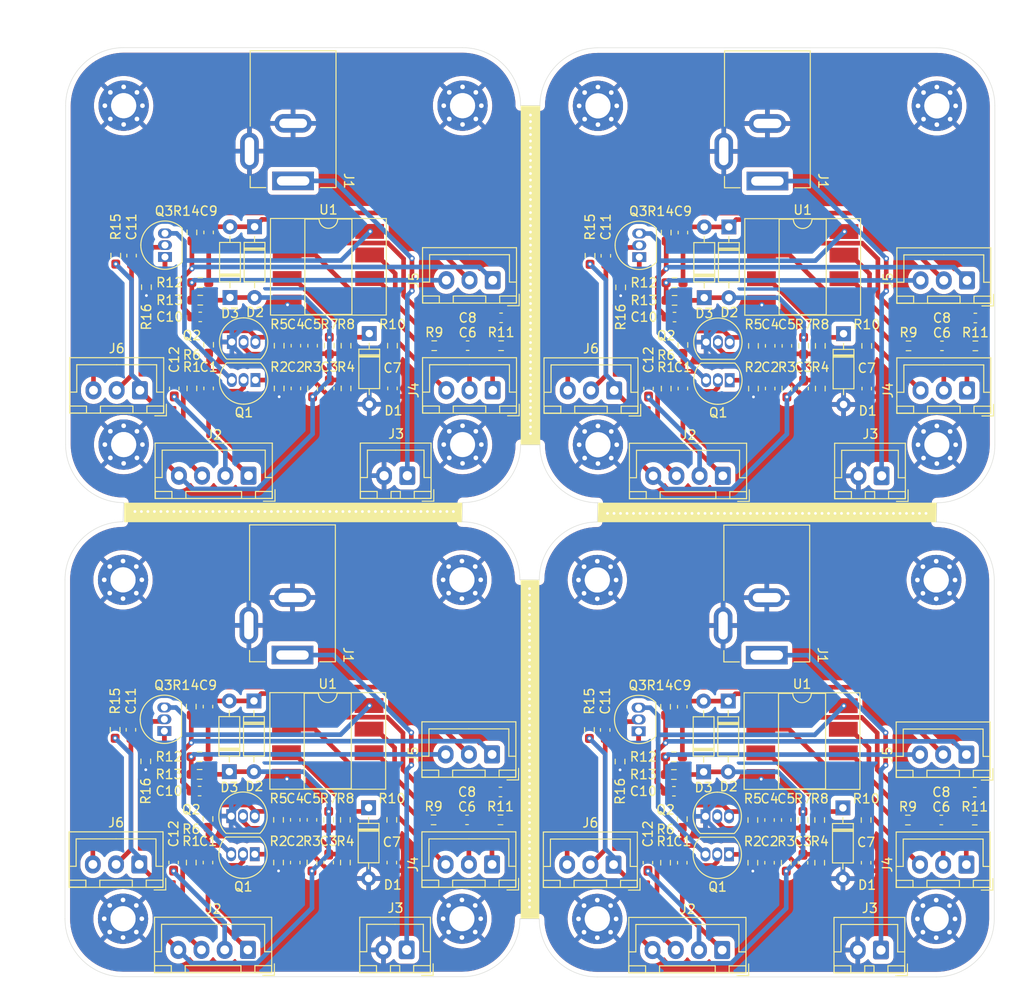
<source format=kicad_pcb>
(kicad_pcb (version 20240108) (generator "pcbnew") (generator_version "8.0")
  (layers (0 "F.Cu" signal) (31 "B.Cu" signal) (34 "B.Paste" user) (35 "F.Paste" user) (36 "B.SilkS" user "B.Silkscreen") (37 "F.SilkS" user "F.Silkscreen") (38 "B.Mask" user) (39 "F.Mask" user) (44 "Edge.Cuts" user))
  (net 0 "")
  (net 1 "Net-(Q1-B)")
  (net 2 "Net-(C2-Pad2)")
  (net 3 "Net-(Q1-E)")
  (net 4 "Net-(Q2-B)")
  (net 5 "Net-(Q2-C)")
  (net 6 "Net-(C5-Pad2)")
  (net 7 "Net-(C7-Pad1)")
  (net 8 "GND")
  (net 9 "Net-(D2-K)")
  (net 10 "Net-(C8-Pad1)")
  (net 11 "Net-(C9-Pad2)")
  (net 12 "+4,5v")
  (net 13 "Net-(Q3-B)")
  (net 14 "Net-(D1-K)")
  (net 15 "+9V")
  (net 16 "out_p")
  (net 17 "in_p")
  (net 18 "Vbatt")
  (net 19 "Net-(Q3-E)")
  (net 20 "Net-(U1B--)")
  (net 21 "Net-(U1A--)")
  (net 22 "Net-(J5-Pin_1)")
  (net 23 "Net-(J6-Pin_2)")
  (net 24 "Net-(J4-Pin_1)")
  (net 25 "Net-(J5-Pin_3)")
  (net 26 "Net-(J4-Pin_3)")
  (net 27 "Net-(J5-Pin_2)")
  (net 28 "Net-(J4-Pin_2)")
  (footprint "Resistor_SMD:R_0603_1608Metric_Pad0.98x0.95mm_HandSolder" (layer "F.Cu") (at 119.568109 133.606891 90)
    (property "Reference" "R5")
    (property "Value" "470kΩ")
  )
  (footprint "Resistor_SMD:R_0603_1608Metric_Pad0.98x0.95mm_HandSolder" (layer "F.Cu") (at 111.068109 128.706891)
    (property "Reference" "R13")
    (property "Value" "6.8kΩ")
  )
  (footprint "Capacitor_SMD:C_0603_1608Metric_Pad1.08x0.95mm_HandSolder" (layer "F.Cu") (at 182.85 138.225 -90)
    (property "Reference" "C7")
    (property "Value" "470nF")
  )
  (footprint "Connector_JST:JST_XH_B2B-XH-A_1x02_P2.50mm_Vertical" (layer "F.Cu") (at 184.51811 96.55689 180)
    (property "Reference" "J3")
    (property "Value" "Power")
  )
  (footprint "Resistor_SMD:R_0603_1608Metric_Pad0.98x0.95mm_HandSolder" (layer "F.Cu") (at 110.236219 70.338781 -90)
    (property "Reference" "R14")
    (property "Value" "6.8kΩ")
  )
  (footprint "Resistor_SMD:R_0603_1608Metric_Pad0.98x0.95mm_HandSolder" (layer "F.Cu") (at 194.55 133.625)
    (property "Reference" "R11")
    (property "Value" "2.2kΩ")
  )
  (footprint "Resistor_SMD:R_0603_1608Metric_Pad0.98x0.95mm_HandSolder" (layer "F.Cu") (at 110.168109 138.206891 -90)
    (property "Reference" "R1")
    (property "Value" "470kΩ")
  )
  (footprint "Resistor_SMD:R_0603_1608Metric_Pad0.98x0.95mm_HandSolder" (layer "F.Cu") (at 124.968109 133.606891 90)
    (property "Reference" "R7")
    (property "Value" "100kΩ")
  )
  (footprint "Capacitor_SMD:C_0603_1608Metric_Pad1.08x0.95mm_HandSolder" (layer "F.Cu") (at 139.868109 133.606891 180)
    (property "Reference" "C6")
    (property "Value" "100pF")
  )
  (footprint "Connector_JST:JST_XH_B3B-XH-A_1x03_P2.50mm_Vertical" (layer "F.Cu") (at 142.636219 75.488781 180)
    (property "Reference" "J5")
    (property "Value" "Pot_Tone")
  )
  (footprint "Resistor_SMD:R_0603_1608Metric_Pad0.98x0.95mm_HandSolder" (layer "F.Cu") (at 111.068109 126.806891 180)
    (property "Reference" "R12")
    (property "Value" "2.2kΩ")
  )
  (footprint "Capacitor_SMD:C_0603_1608Metric_Pad1.08x0.95mm_HandSolder" (layer "F.Cu") (at 154.81811 72.85689 90)
    (property "Reference" "C11")
    (property "Value" "47nF")
  )
  (footprint "Capacitor_SMD:C_0603_1608Metric_Pad1.08x0.95mm_HandSolder" (layer "F.Cu") (at 124.968109 138.206891 90)
    (property "Reference" "C3")
    (property "Value" "47nF")
  )
  (footprint "" (layer "F.Cu") (at 153.96811 93.20689)
    (property "Reference" "")
    (property "Value" "")
  )
  (footprint "Capacitor_SMD:C_0603_1608Metric_Pad1.08x0.95mm_HandSolder" (layer "F.Cu") (at 121.436219 82.538781 90)
    (property "Reference" "C4")
    (property "Value" "250pF")
  )
  (footprint "Capacitor_SMD:C_0603_1608Metric_Pad1.08x0.95mm_HandSolder" (layer "F.Cu") (at 163.05 121.425 -90)
    (property "Reference" "C9")
    (property "Value" "22nF")
  )
  (footprint "Capacitor_SMD:C_0603_1608Metric_Pad1.08x0.95mm_HandSolder" (layer "F.Cu") (at 131.836219 87.138781 -90)
    (property "Reference" "C7")
    (property "Value" "470nF")
  )
  (footprint "Capacitor_SMD:C_0603_1608Metric_Pad1.08x0.95mm_HandSolder" (layer "F.Cu") (at 172.45 138.225 -90)
    (property "Reference" "C2")
    (property "Value" "470nF")
  )
  (footprint "Diode_THT:D_DO-35_SOD27_P7.62mm_Horizontal" (layer "F.Cu") (at 129.336219 81.228781 -90)
    (property "Reference" "D1")
    (property "Value" "1N4148")
  )
  (footprint "" (layer "F.Cu") (at 153.96811 56.70689)
    (property "Reference" "")
    (property "Value" "")
  )
  (footprint "Resistor_SMD:R_0603_1608Metric_Pad0.98x0.95mm_HandSolder" (layer "F.Cu") (at 156.35 127.325 -90)
    (property "Reference" "R16")
    (property "Value" "10kΩ")
  )
  (footprint "MountingHole:MountingHole_2.7mm_M2.5_Pad_Via" (layer "F.Cu") (at 153.96811 93.20689)
    (property "Reference" "REF**" (hide yes))
    (property "Value" "MountingHole_2.7mm_M2.5_Pad_Via" (hide yes))
  )
  (footprint "Capacitor_SMD:C_0603_1608Metric_Pad1.08x0.95mm_HandSolder" (layer "F.Cu") (at 176.05 138.225 90)
    (property "Reference" "C3")
    (property "Value" "47nF")
  )
  (footprint "Resistor_SMD:R_0603_1608Metric_Pad0.98x0.95mm_HandSolder" (layer "F.Cu") (at 176.05 133.625 90)
    (property "Reference" "R7")
    (property "Value" "100kΩ")
  )
  (footprint "Capacitor_SMD:C_0603_1608Metric_Pad1.08x0.95mm_HandSolder" (layer "F.Cu") (at 131.768109 138.206891 -90)
    (property "Reference" "C7")
    (property "Value" "470nF")
  )
  (footprint "Capacitor_SMD:C_0603_1608Metric_Pad1.08x0.95mm_HandSolder" (layer "F.Cu") (at 139.936219 82.538781 180)
    (property "Reference" "C6")
    (property "Value" "100pF")
  )
  (footprint "Resistor_SMD:R_0603_1608Metric_Pad0.98x0.95mm_HandSolder" (layer "F.Cu") (at 174.31811 87.15689 -90)
    (property "Reference" "R3")
    (property "Value" "100kΩ")
  )
  (footprint "MountingHole:MountingHole_2.7mm_M2.5_Pad_Via" (layer "F.Cu") (at 139.318109 144.256891)
    (property "Reference" "REF**" (hide yes))
    (property "Value" "MountingHole_2.7mm_M2.5_Pad_Via" (hide yes))
  )
  (footprint "Connector_JST:JST_XH_B3B-XH-A_1x03_P2.50mm_Vertical" (layer "F.Cu") (at 104.636219 87.338781 180)
    (property "Reference" "J6")
    (property "Value" "Pot_Vol")
  )
  (footprint "Capacitor_SMD:C_0603_1608Metric_Pad1.08x0.95mm_HandSolder" (layer "F.Cu") (at 108.336219 87.138781 -90)
    (property "Reference" "C12")
    (property "Value" "1µF")
  )
  (footprint "Resistor_SMD:R_0603_1608Metric_Pad0.98x0.95mm_HandSolder" (layer "F.Cu") (at 126.768109 133.606891 90)
    (property "Reference" "R8")
    (property "Value" "47kΩ")
  )
  (footprint "Resistor_SMD:R_0603_1608Metric_Pad0.98x0.95mm_HandSolder" (layer "F.Cu") (at 187.35 133.625)
    (property "Reference" "R9")
    (property "Value" "100kΩ")
  )
  (footprint "Capacitor_SMD:C_0603_1608Metric_Pad1.08x0.95mm_HandSolder" (layer "F.Cu") (at 121.436219 87.138781 -90)
    (property "Reference" "C2")
    (property "Value" "470nF")
  )
  (footprint "Resistor_SMD:R_0603_1608Metric_Pad0.98x0.95mm_HandSolder" (layer "F.Cu") (at 136.268109 133.606891)
    (property "Reference" "R9")
    (property "Value" "100kΩ")
  )
  (footprint "MountingHole:MountingHole_2.7mm_M2.5_Pad_Via" (layer "F.Cu") (at 190.4 144.275)
    (property "Reference" "REF**" (hide yes))
    (property "Value" "MountingHole_2.7mm_M2.5_Pad_Via" (hide yes))
  )
  (footprint "Package_TO_SOT_THT:TO-92_Inline" (layer "F.Cu") (at 168.15811 86.25689 180)
    (property "Reference" "Q1")
    (property "Value" "2N3904")
  )
  (footprint "Capacitor_SMD:C_0603_1608Metric_Pad1.08x0.95mm_HandSolder" (layer "F.Cu") (at 112.036219 70.338781 -90)
    (property "Reference" "C9")
    (property "Value" "22nF")
  )
  (footprint "Package_TO_SOT_THT:TO-92_Inline" (layer "F.Cu") (at 107.268109 124.046891 90)
    (property "Reference" "Q3")
    (property "Value" "2N3904")
  )
  (footprint "Capacitor_SMD:C_0603_1608Metric_Pad1.08x0.95mm_HandSolder" (layer "F.Cu") (at 108.268109 138.206891 -90)
    (property "Reference" "C12")
    (property "Value" "1µF")
  )
  (footprint "Connector_BarrelJack:BarrelJack_Kycon_KLDX-0202-xC_Horizontal" (layer "F.Cu") (at 172.21811 64.80689 -90)
    (property "Reference" "J1")
    (property "Value" "Barrel_Jack_MountingPin")
  )
  (footprint "Capacitor_SMD:C_0603_1608Metric_Pad1.08x0.95mm_HandSolder" (layer "F.Cu") (at 111.968109 121.406891 -90)
    (property "Reference" "C9")
    (property "Value" "22nF")
  )
  (footprint "Capacitor_SMD:C_0603_1608Metric_Pad1.08x0.95mm_HandSolder" (layer "F.Cu") (at 112.036219 87.138781 90)
    (property "Reference" "C1")
    (property "Value" "47nF")
  )
  (footprint "Capacitor_SMD:C_0603_1608Metric_Pad1.08x0.95mm_HandSolder" (layer "F.Cu") (at 163.11811 70.35689 -90)
    (property "Reference" "C9")
    (property "Value" "22nF")
  )
  (footprint "Resistor_SMD:R_0603_1608Metric_Pad0.98x0.95mm_HandSolder" (layer "F.Cu") (at 162.21811 77.65689)
    (property "Reference" "R13")
    (property "Value" "6.8kΩ")
  )
  (footprint "Resistor_SMD:R_0603_1608Metric_Pad0.98x0.95mm_HandSolder" (layer "F.Cu") (at 161.25 121.425 -90)
    (property "Reference" "R14")
    (property "Value" "6.8kΩ")
  )
  (footprint "Connector_JST:JST_XH_B3B-XH-A_1x03_P2.50mm_Vertical" (layer "F.Cu") (at 142.568109 126.556891 180)
    (property "Reference" "J5")
    (property "Value" "Pot_Tone")
  )
  (footprint "Diode_THT:D_DO-35_SOD27_P7.62mm_Horizontal" (layer "F.Cu") (at 180.41811 81.24689 -90)
    (property "Reference" "D1")
    (property "Value" "1N4148")
  )
  (footprint "Package_DIP:DIP-8_W8.89mm_SMDSocket_LongPads" (layer "F.Cu") (at 175.95 125.125)
    (property "Reference" "U1")
    (property "Value" "TL072")
  )
  (footprint "Resistor_SMD:R_0603_1608Metric_Pad0.98x0.95mm_HandSolder" (layer "F.Cu") (at 105.336219 76.238781 -90)
    (property "Reference" "R16")
    (property "Value" "10kΩ")
  )
  (footprint "Resistor_SMD:R_0603_1608Metric_Pad0.98x0.95mm_HandSolder" (layer "F.Cu") (at 177.91811 82.55689 90)
    (property "Reference" "R8")
    (property "Value" "47kΩ")
  )
  (footprint "Resistor_SMD:R_0603_1608Metric_Pad0.98x0.95mm_HandSolder" (layer "F.Cu") (at 125.036219 82.538781 90)
    (property "Reference" "R7")
    (property "Value" "100kΩ")
  )
  (footprint "Resistor_SMD:R_0603_1608Metric_Pad0.98x0.95mm_HandSolder" (layer "F.Cu") (at 110.236219 87.138781 -90)
    (property "Reference" "R1")
    (property "Value" "470kΩ")
  )
  (footprint "Diode_THT:D_DO-35_SOD27_P7.62mm_Horizontal" (layer "F.Cu") (at 165.41811 77.36689 90)
    (property "Reference" "D3")
    (property "Value" "1N4148")
  )
  (footprint "Resistor_SMD:R_0603_1608Metric_Pad0.98x0.95mm_HandSolder" (layer "F.Cu") (at 126.836219 82.538781 90)
    (property "Reference" "R8")
    (property "Value" "47kΩ")
  )
  (footprint "Connector_JST:JST_XH_B3B-XH-A_1x03_P2.50mm_Vertical" (layer "F.Cu") (at 142.636219 87.338781 180)
    (property "Reference" "J4")
    (property "Value" "Pot_Dis")
  )
  (footprint "Connector_JST:JST_XH_B2B-XH-A_1x02_P2.50mm_Vertical" (layer "F.Cu") (at 133.368109 147.606891 180)
    (property "Reference" "J3")
    (property "Value" "Power")
  )
  (footprint "Diode_THT:D_DO-35_SOD27_P7.62mm_Horizontal" (layer "F.Cu") (at 114.268109 128.416891 90)
    (property "Reference" "D3")
    (property "Value" "1N4148")
  )
  (footprint "Resistor_SMD:R_0603_1608Metric_Pad0.98x0.95mm_HandSolder" (layer "F.Cu") (at 170.65 138.225 -90)
    (property "Reference" "R2")
    (property "Value" "10kΩ")
  )
  (footprint "MountingHole:MountingHole_2.7mm_M2.5_Pad_Via" (layer "F.Cu") (at 102.818109 107.756891)
    (property "Reference" "REF**" (hide yes))
    (property "Value" "MountingHole_2.7mm_M2.5_Pad_Via" (hide yes))
  )
  (footprint "Package_TO_SOT_THT:TO-92_Inline" (layer "F.Cu") (at 114.468109 133.206891)
    (property "Reference" "Q2")
    (property "Value" "2N3904")
  )
  (footprint "MountingHole:MountingHole_2.7mm_M2.5_Pad_Via" (layer "F.Cu") (at 139.386219 56.688781)
    (property "Reference" "REF**" (hide yes))
    (property "Value" "MountingHole_2.7mm_M2.5_Pad_Via" (hide yes))
  )
  (footprint "Resistor_SMD:R_0603_1608Metric_Pad0.98x0.95mm_HandSolder" (layer "F.Cu") (at 143.468109 133.606891)
    (property "Reference" "R11")
    (property "Value" "2.2kΩ")
  )
  (footprint "Package_TO_SOT_THT:TO-92_Inline" (layer "F.Cu") (at 158.41811 72.99689 90)
    (property "Reference" "Q3")
    (property "Value" "2N3904")
  )
  (footprint "MountingHole:MountingHole_2.7mm_M2.5_Pad_Via" (layer "F.Cu") (at 139.318109 107.756891)
    (property "Reference" "REF**" (hide yes))
    (property "Value" "MountingHole_2.7mm_M2.5_Pad_Via" (hide yes))
  )
  (footprint "Capacitor_SMD:C_0603_1608Metric_Pad1.08x0.95mm_HandSolder" (layer "F.Cu") (at 172.51811 87.15689 -90)
    (property "Reference" "C2")
    (property "Value" "470nF")
  )
  (footprint "" (layer "F.Cu") (at 139.386219 56.688781)
    (property "Reference" "")
    (property "Value" "")
  )
  (footprint "Capacitor_SMD:C_0603_1608Metric_Pad1.08x0.95mm_HandSolder" (layer "F.Cu") (at 111.068109 130.506891 180)
    (property "Reference" "C10")
    (property "Value" "10nF")
  )
  (footprint "MountingHole:MountingHole_2.7mm_M2.5_Pad_Via" (layer "F.Cu") (at 190.46811 56.70689)
    (property "Reference" "REF**" (hide yes))
    (property "Value" "MountingHole_2.7mm_M2.5_Pad_Via" (hide yes))
  )
  (footprint "Resistor_SMD:R_0603_1608Metric_Pad0.98x0.95mm_HandSolder" (layer "F.Cu") (at 111.968109 133.506891 90)
    (property "Reference" "R6")
    (property "Value" "10kΩ")
  )
  (footprint "Connector_JST:JST_XH_B4B-XH-A_1x04_P2.50mm_Vertical" (layer "F.Cu") (at 167.41811 96.55689 180)
    (property "Reference" "J2")
    (property "Value" "FTSW")
  )
  (footprint "" (layer "F.Cu") (at 102.818109 107.756891)
    (property "Reference" "")
    (property "Value" "")
  )
  (footprint "Resistor_SMD:R_0603_1608Metric_Pad0.98x0.95mm_HandSolder" (layer "F.Cu") (at 176.11811 82.55689 90)
    (property "Reference" "R7")
    (property "Value" "100kΩ")
  )
  (footprint "Resistor_SMD:R_0603_1608Metric_Pad0.98x0.95mm_HandSolder" (layer "F.Cu") (at 161.31811 87.15689 -90)
    (property "Reference" "R1")
    (property "Value" "470kΩ")
  )
  (footprint "MountingHole:MountingHole_2.7mm_M2.5_Pad_Via" (layer "F.Cu") (at 139.386219 93.188781)
    (property "Reference" "REF**" (hide yes))
    (property "Value" "MountingHole_2.7mm_M2.5_Pad_Via" (hide yes))
  )
  (footprint "" (layer "F.Cu") (at 102.886219 56.688781)
    (property "Reference" "")
    (property "Value" "")
  )
  (footprint "Capacitor_SMD:C_0603_1608Metric_Pad1.08x0.95mm_HandSolder" (layer "F.Cu") (at 121.368109 133.606891 90)
    (property "Reference" "C4")
    (property "Value" "250pF")
  )
  (footprint "Resistor_SMD:R_0603_1608Metric_Pad0.98x0.95mm_HandSolder" (layer "F.Cu") (at 177.85 133.625 90)
    (property "Reference" "R8")
    (property "Value" "47kΩ")
  )
  (footprint "Capacitor_SMD:C_0603_1608Metric_Pad1.08x0.95mm_HandSolder" (layer "F.Cu") (at 159.35 138.225 -90)
    (property "Reference" "C12")
    (property "Value" "1µF")
  )
  (footprint "MountingHole:MountingHole_2.7mm_M2.5_Pad_Via" (layer "F.Cu") (at 102.886219 93.188781)
    (property "Reference" "REF**" (hide yes))
    (property "Value" "MountingHole_2.7mm_M2.5_Pad_Via" (hide yes))
  )
  (footprint "Diode_THT:D_DO-35_SOD27_P7.62mm_Horizontal" (layer "F.Cu") (at 180.35 132.315 -90)
    (property "Reference" "D1")
    (property "Value" "1N4148")
  )
  (footprint "Capacitor_SMD:C_0603_1608Metric_Pad1.08x0.95mm_HandSolder" (layer "F.Cu") (at 191.01811 82.55689 180)
    (property "Reference" "C6")
    (property "Value" "100pF")
  )
  (footprint "Diode_THT:D_DO-35_SOD27_P7.62mm_Horizontal" (layer "F.Cu") (at 165.35 128.435 90)
    (property "Reference" "D3")
    (property "Value" "1N4148")
  )
  (footprint "Resistor_SMD:R_0603_1608Metric_Pad0.98x0.95mm_HandSolder" (layer "F.Cu") (at 177.91811 87.15689 -90)
    (property "Reference" "R4")
    (property "Value" "100kΩ")
  )
  (footprint "Diode_THT:D_DO-35_SOD27_P7.62mm_Horizontal" (layer "F.Cu") (at 114.336219 77.348781 90)
    (property "Reference" "D3")
    (property "Value" "1N4148")
  )
  (footprint "Resistor_SMD:R_0603_1608Metric_Pad0.98x0.95mm_HandSolder" (layer "F.Cu") (at 119.636219 87.138781 -90)
    (property "Reference" "R2")
    (property "Value" "10kΩ")
  )
  (footprint "MountingHole:MountingHole_2.7mm_M2.5_Pad_Via" (layer "F.Cu") (at 153.9 144.275)
    (property "Reference" "REF**" (hide yes))
    (property "Value" "MountingHole_2.7mm_M2.5_Pad_Via" (hide yes))
  )
  (footprint "Resistor_SMD:R_0603_1608Metric_Pad0.98x0.95mm_HandSolder" (layer "F.Cu") (at 101.968109 123.906891 90)
    (property "Reference" "R15")
    (property "Value" "1MΩ")
  )
  (footprint "" (layer "F.Cu") (at 153.9 107.775)
    (property "Reference" "")
    (property "Value" "")
  )
  (footprint "Capacitor_SMD:C_0603_1608Metric_Pad1.08x0.95mm_HandSolder" (layer "F.Cu") (at 111.968109 138.206891 90)
    (property "Reference" "C1")
    (property "Value" "47nF")
  )
  (footprint "" (layer "F.Cu") (at 153.9 144.275)
    (property "Reference" "")
    (property "Value" "")
  )
  (footprint "Resistor_SMD:R_0603_1608Metric_Pad0.98x0.95mm_HandSolder" (layer "F.Cu") (at 162.15 128.725)
    (property "Reference" "R13")
    (property "Value" "6.8kΩ")
  )
  (footprint "Connector_JST:JST_XH_B4B-XH-A_1x04_P2.50mm_Vertical" (layer "F.Cu") (at 116.268109 147.606891 180)
    (property "Reference" "J2")
    (property "Value" "FTSW")
  )
  (footprint "Resistor_SMD:R_0603_1608Metric_Pad0.98x0.95mm_HandSolder" (layer "F.Cu") (at 111.136219 75.738781 180)
    (property "Reference" "R12")
    (property "Value" "2.2kΩ")
  )
  (footprint "" (layer "F.Cu") (at 102.818109 144.256891)
    (property "Reference" "")
    (property "Value" "")
  )
  (footprint "Capacitor_SMD:C_0603_1608Metric_Pad1.08x0.95mm_HandSolder" (layer "F.Cu") (at 162.21811 79.45689 180)
    (property "Reference" "C10")
    (property "Value" "10nF")
  )
  (footprint "Resistor_SMD:R_0603_1608Metric_Pad0.98x0.95mm_HandSolder" (layer "F.Cu") (at 170.65 133.625 90)
    (property "Reference" "R5")
    (property "Value" "470kΩ")
  )
  (footprint "Package_DIP:DIP-8_W8.89mm_SMDSocket_LongPads" (layer "F.Cu") (at 176.01811 74.05689)
    (property "Reference" "U1")
    (property "Value" "TL072")
  )
  (footprint "Capacitor_SMD:C_0603_1608Metric_Pad1.08x0.95mm_HandSolder" (layer "F.Cu") (at 174.31811 82.55689 -90)
    (property "Reference" "C5")
    (property "Value" "68nF")
  )
  (footprint "MountingHole:MountingHole_2.7mm_M2.5_Pad_Via" (layer "F.Cu") (at 102.886219 56.688781)
    (property "Reference" "REF**" (hide yes))
    (property "Value" "MountingHole_2.7mm_M2.5_Pad_Via" (hide yes))
  )
  (footprint "Package_TO_SOT_THT:TO-92_Inline" (layer "F.Cu") (at 117.008109 137.306891 180)
    (property "Reference" "Q1")
    (property "Value" "2N3904")
  )
  (footprint "" (layer "F.Cu") (at 190.4 107.775)
    (property "Reference" "")
    (property "Value" "")
  )
  (footprint "Capacitor_SMD:C_0603_1608Metric_Pad1.08x0.95mm_HandSolder" (layer "F.Cu") (at 111.136219 79.438781 180)
    (property "Reference" "C10")
    (property "Value" "10nF")
  )
  (footprint "Resistor_SMD:R_0603_1608Metric_Pad0.98x0.95mm_HandSolder" (layer "F.Cu") (at 136.336219 82.538781)
    (property "Reference" "R9")
    (property "Value" "100kΩ")
  )
  (footprint "Connector_JST:JST_XH_B3B-XH-A_1x03_P2.50mm_Vertical" (layer "F.Cu") (at 193.71811 87.35689 180)
    (property "Reference" "J4")
    (property "Value" "Pot_Dis")
  )
  (footprint "Capacitor_SMD:C_0603_1608Metric_Pad1.08x0.95mm_HandSolder" (layer "F.Cu") (at 125.036219 87.138781 90)
    (property "Reference" "C3")
    (property "Value" "47nF")
  )
  (footprint "Resistor_SMD:R_0603_1608Metric_Pad0.98x0.95mm_HandSolder" (layer "F.Cu") (at 194.61811 82.55689)
    (property "Reference" "R11")
    (property "Value" "2.2kΩ")
  )
  (footprint "Diode_THT:D_DO-35_SOD27_P7.62mm_Horizontal" (layer "F.Cu") (at 116.986219 69.728781 -90)
    (property "Reference" "D2")
    (property "Value" "1N4148")
  )
  (footprint "Resistor_SMD:R_0603_1608Metric_Pad0.98x0.95mm_HandSolder" (layer "F.Cu") (at 131.836219 82.538781 -90)
    (property "Reference" "R10")
    (property "Value" "4.7kΩ")
  )
  (footprint "Connector_BarrelJack:BarrelJack_Kycon_KLDX-0202-xC_Horizontal" (layer "F.Cu") (at 121.136219 64.788781 -90)
    (property "Reference" "J1")
    (property "Value" "Barrel_Jack_MountingPin")
  )
  (footprint "MountingHole:MountingHole_2.7mm_M2.5_Pad_Via" (layer "F.Cu") (at 153.96811 56.70689)
    (property "Reference" "REF**" (hide yes))
    (property "Value" "MountingHole_2.7mm_M2.5_Pad_Via" (hide yes))
  )
  (footprint "Connector_JST:JST_XH_B2B-XH-A_1x02_P2.50mm_Vertical" (layer "F.Cu") (at 184.45 147.625 180)
    (property "Reference" "J3")
    (property "Value" "Power")
  )
  (footprint "Resistor_SMD:R_0603_1608Metric_Pad0.98x0.95mm_HandSolder" (layer "F.Cu") (at 110.168109 121.406891 -90)
    (property "Reference" "R14")
    (property "Value" "6.8kΩ")
  )
  (footprint "Diode_THT:D_DO-35_SOD27_P7.62mm_Horizontal" (layer "F.Cu") (at 116.918109 120.796891 -90)
    (property "Reference" "D2")
    (property "Value" "1N4148")
  )
  (footprint "Capacitor_SMD:C_0603_1608Metric_Pad1.08x0.95mm_HandSolder" (layer "F.Cu") (at 159.41811 87.15689 -90)
    (property "Reference" "C12")
    (property "Value" "1µF")
  )
  (footprint "Resistor_SMD:R_0603_1608Metric_Pad0.98x0.95mm_HandSolder" (layer "F.Cu") (at 131.768109 133.606891 -90)
    (property "Reference" "R10")
    (property "Value" "4.7kΩ")
  )
  (footprint "Capacitor_SMD:C_0603_1608Metric_Pad1.08x0.95mm_HandSolder" (layer "F.Cu") (at 174.25 133.625 -90)
    (property "Reference" "C5")
    (property "Value" "68nF")
  )
  (footprint "Resistor_SMD:R_0603_1608Metric_Pad0.98x0.95mm_HandSolder" (layer "F.Cu") (at 182.85 133.625 -90)
    (property "Reference" "R10")
    (property "Value" "4.7kΩ")
  )
  (footprint "" (layer "F.Cu") (at 102.886219 93.188781)
    (property "Reference" "")
    (property "Value" "")
  )
  (footprint "Connector_JST:JST_XH_B3B-XH-A_1x03_P2.50mm_Vertical" (layer "F.Cu") (at 193.65 126.575 180)
    (property "Reference" "J5")
    (property "Value" "Pot_Tone")
  )
  (footprint "Resistor_SMD:R_0603_1608Metric_Pad0.98x0.95mm_HandSolder" (layer "F.Cu") (at 163.05 133.525 90)
    (property "Reference" "R6")
    (property "Value" "10kΩ")
  )
  (footprint "Resistor_SMD:R_0603_1608Metric_Pad0.98x0.95mm_HandSolder" (layer "F.Cu") (at 126.836219 87.138781 -90)
    (property "Reference" "R4")
    (property "Value" "100kΩ")
  )
  (footprint "Package_TO_SOT_THT:TO-92_Inline" (layer "F.Cu") (at 165.55 133.225)
    (property "Reference" "Q2")
    (property "Value" "2N3904")
  )
  (footprint "Capacitor_SMD:C_0603_1608Metric_Pad1.08x0.95mm_HandSolder" (layer "F.Cu") (at 143.468109 130.606891 180)
    (property "Reference" "C8")
    (property "Value" "470nF")
  )
  (footprint "Package_TO_SOT_THT:TO-92_Inline" (layer "F.Cu") (at 158.35 124.065 90)
    (property "Reference" "Q3")
    (property "Value" "2N3904")
  )
  (footprint "Capacitor_SMD:C_0603_1608Metric_Pad1.08x0.95mm_HandSolder" (layer "F.Cu") (at 123.236219 82.538781 -90)
    (property "Reference" "C5")
    (property "Value" "68nF")
  )
  (footprint "Capacitor_SMD:C_0603_1608Metric_Pad1.08x0.95mm_HandSolder" (layer "F.Cu") (at 172.45 133.625 90)
    (property "Reference" "C4")
    (property "Value" "250pF")
  )
  (footprint "Connector_BarrelJack:BarrelJack_Kycon_KLDX-0202-xC_Horizontal" (layer "F.Cu") (at 121.068109 115.856891 -90)
    (property "Reference" "J1")
    (property "Value" "Barrel_Jack_MountingPin")
  )
  (footprint "Capacitor_SMD:C_0603_1608Metric_Pad1.08x0.95mm_HandSolder" (layer "F.Cu") (at 190.95 133.625 180)
    (property "Reference" "C6")
    (property "Value" "100pF")
  )
  (footprint "Resistor_SMD:R_0603_1608Metric_Pad0.98x0.95mm_HandSolder" (layer "F.Cu") (at 153.11811 72.85689 90)
    (property "Reference" "R15")
    (property "Value" "1MΩ")
  )
  (footprint "Capacitor_SMD:C_0603_1608Metric_Pad1.08x0.95mm_HandSolder" (layer "F.Cu") (at 103.736219 72.838781 90)
    (property "Reference" "C11")
    (property "Value" "47nF")
  )
  (footprint "Capacitor_SMD:C_0603_1608Metric_Pad1.08x0.95mm_HandSolder" (layer "F.Cu") (at 172.51811 82.55689 90)
    (property "Reference" "C4")
    (property "Value" "250pF")
  )
  (footprint "Resistor_SMD:R_0603_1608Metric_Pad0.98x0.95mm_HandSolder" (layer "F.Cu") (at 170.71811 87.15689 -90)
    (property "Reference" "R2")
    (property "Value" "10kΩ")
  )
  (footprint "Connector_JST:JST_XH_B4B-XH-A_1x04_P2.50mm_Vertical" (layer "F.Cu") (at 167.35 147.625 180)
    (property "Reference" "J2")
    (property "Value" "FTSW")
  )
  (footprint "Capacitor_SMD:C_0603_1608Metric_Pad1.08x0.95mm_HandSolder" (layer "F.Cu") (at 143.536219 79.538781 180)
    (property "Reference" "C8")
    (property "Value" "470nF")
  )
  (footprint "Capacitor_SMD:C_0603_1608Metric_Pad1.08x0.95mm_HandSolder" (layer "F.Cu") (at 176.11811 87.15689 90)
    (property "Reference" "C3")
    (property "Value" "47nF")
  )
  (footprint "Package_DIP:DIP-8_W8.89mm_SMDSocket_LongPads" (layer "F.Cu") (at 124.936219 74.038781)
    (property "Reference" "U1")
    (property "Value" "TL072")
  )
  (footprint "Resistor_SMD:R_0603_1608Metric_Pad0.98x0.95mm_HandSolder" (layer "F.Cu") (at 105.268109 127.306891 -90)
    (property "Reference" "R16")
    (property "Value" "10kΩ")
  )
  (footprint "Capacitor_SMD:C_0603_1608Metric_Pad1.08x0.95mm_HandSolder" (layer "F.Cu") (at 182.91811 87.15689 -90)
    (property "Reference" "C7")
    (property "Value" "470nF")
  )
  (footprint "Connector_JST:JST_XH_B3B-XH-A_1x03_P2.50mm_Vertical" (layer "F.Cu") (at 155.71811 87.35689 180)
    (property "Reference" "J6")
    (property "Value" "Pot_Vol")
  )
  (footprint "Resistor_SMD:R_0603_1608Metric_Pad0.98x0.95mm_HandSolder" (layer "F.Cu") (at 112.036219 82.438781 90)
    (property "Reference" "R6")
    (property "Value" "10kΩ")
  )
  (footprint "Resistor_SMD:R_0603_1608Metric_Pad0.98x0.95mm_HandSolder" (layer "F.Cu") (at 156.41811 76.25689 -90)
    (property "Reference" "R16")
    (property "Value" "10kΩ")
  )
  (footprint "Package_DIP:DIP-8_W8.89mm_SMDSocket_LongPads" (layer "F.Cu") (at 124.868109 125.106891)
    (property "Reference" "U1")
    (property "Value" "TL072")
  )
  (footprint "Connector_JST:JST_XH_B2B-XH-A_1x02_P2.50mm_Vertical" (layer "F.Cu") (at 133.436219 96.538781 180)
    (property "Reference" "J3")
    (property "Value" "Power")
  )
  (footprint "Resistor_SMD:R_0603_1608Metric_Pad0.98x0.95mm_HandSolder" (layer "F.Cu") (at 126.768109 138.206891 -90)
    (property "Reference" "R4")
    (property "Value" "100kΩ")
  )
  (footprint "Resistor_SMD:R_0603_1608Metric_Pad0.98x0.95mm_HandSolder" (layer "F.Cu") (at 163.11811 82.45689 90)
    (property "Reference" "R6")
    (property "Value" "10kΩ")
  )
  (footprint "Capacitor_SMD:C_0603_1608Metric_Pad1.08x0.95mm_HandSolder" (layer "F.Cu") (at 103.668109 123.906891 90)
    (property "Reference" "C11")
    (property "Value" "47nF")
  )
  (footprint "" (layer "F.Cu") (at 190.46811 56.70689)
    (property "Reference" "")
    (property "Value" "")
  )
  (footprint "Connector_BarrelJack:BarrelJack_Kycon_KLDX-0202-xC_Horizontal" (layer "F.Cu") (at 172.15 115.875 -90)
    (property "Reference" "J1")
    (property "Value" "Barrel_Jack_MountingPin")
  )
  (footprint "Package_TO_SOT_THT:TO-92_Inline" (layer "F.Cu") (at 165.61811 82.15689)
    (property "Reference" "Q2")
    (property "Value" "2N3904")
  )
  (footprint "Connector_JST:JST_XH_B4B-XH-A_1x04_P2.50mm_Vertical" (layer "F.Cu") (at 116.336219 96.538781 180)
    (property "Reference" "J2")
    (property "Value" "FTSW")
  )
  (footprint "Capacitor_SMD:C_0603_1608Metric_Pad1.08x0.95mm_HandSolder" (layer "F.Cu") (at 123.168109 133.606891 -90)
    (property "Reference" "C5")
    (property "Value" "68nF")
  )
  (footprint "MountingHole:MountingHole_2.7mm_M2.5_Pad_Via" (layer "F.Cu") (at 153.9 107.775)
    (property "Reference" "REF**" (hide yes))
    (property "Value" "MountingHole_2.7mm_M2.5_Pad_Via" (hide yes))
  )
  (footprint "Capacitor_SMD:C_0603_1608Metric_Pad1.08x0.95mm_HandSolder" (layer "F.Cu") (at 163.11811 87.15689 90)
    (property "Reference" "C1")
    (property "Value" "47nF")
  )
  (footprint "Package_TO_SOT_THT:TO-92_Inline" (layer "F.Cu") (at 107.336219 72.978781 90)
    (property "Reference" "Q3")
    (property "Value" "2N3904")
  )
  (footprint "Resistor_SMD:R_0603_1608Metric_Pad0.98x0.95mm_HandSolder" (layer "F.Cu") (at 102.036219 72.838781 90)
    (property "Reference" "R15")
    (property "Value" "1MΩ")
  )
  (footprint "Capacitor_SMD:C_0603_1608Metric_Pad1.08x0.95mm_HandSolder" (layer "F.Cu") (at 162.15 130.525 180)
    (property "Reference" "C10")
    (property "Value" "10nF")
  )
  (footprint "Resistor_SMD:R_0603_1608Metric_Pad0.98x0.95mm_HandSolder" (layer "F.Cu") (at 119.568109 138.206891 -90)
    (property "Reference" "R2")
    (property "Value" "10kΩ")
  )
  (footprint "Connector_JST:JST_XH_B3B-XH-A_1x03_P2.50mm_Vertical" (layer "F.Cu") (at 104.568109 138.406891 180)
    (property "Reference" "J6")
    (property "Value" "Pot_Vol")
  )
  (footprint "Resistor_SMD:R_0603_1608Metric_Pad0.98x0.95mm_HandSolder" (layer "F.Cu") (at 153.05 123.925 90)
    (property "Reference" "R15")
    (property "Value" "1MΩ")
  )
  (footprint "Resistor_SMD:R_0603_1608Metric_Pad0.98x0.95mm_HandSolder" (layer "F.Cu") (at 119.636219 82.538781 90)
    (property "Reference" "R5")
    (property "Value" "470kΩ")
  )
  (footprint "Resistor_SMD:R_0603_1608Metric_Pad0.98x0.95mm_HandSolder" (layer "F.Cu") (at 162.15 126.825 180)
    (property "Reference" "R12")
    (property "Value" "2.2kΩ")
  )
  (footprint "Resistor_SMD:R_0603_1608Metric_Pad0.98x0.95mm_HandSolder" (layer "F.Cu") (at 143.536219 82.538781)
    (property "Reference" "R11")
    (property "Value" "2.2kΩ")
  )
  (footprint "Resistor_SMD:R_0603_1608Metric_Pad0.98x0.95mm_HandSolder" (layer "F.Cu") (at 170.71811 82.55689 90)
    (property "Reference" "R5")
    (property "Value" "470kΩ")
  )
  (footprint "Resistor_SMD:R_0603_1608Metric_Pad0.98x0.95mm_HandSolder" (layer "F.Cu") (at 123.168109 138.206891 -90)
    (property "Reference" "R3")
    (property "Value" "100kΩ")
  )
  (footprint "Resistor_SMD:R_0603_1608Metric_Pad0.98x0.95mm_HandSolder" (layer "F.Cu") (at 174.25 138.225 -90)
    (property "Reference" "R3")
    (property "Value" "100kΩ")
  )
  (footprint "Resistor_SMD:R_0603_1608Metric_Pad0.98x0.95mm_HandSolder" (layer "F.Cu") (at 187.41811 82.55689)
    (property "Reference" "R9")
    (property "Value" "100kΩ")
  )
  (footprint "Capacitor_SMD:C_0603_1608Metric_Pad1.08x0.95mm_HandSolder" (layer "F.Cu") (at 163.05 138.225 90)
    (property "Reference" "C1")
    (property "Value" "47nF")
  )
  (footprint "Package_TO_SOT_THT:TO-92_Inline" (layer "F.Cu") (at 168.09 137.325 180)
    (property "Reference" "Q1")
    (property "Value" "2N3904")
  )
  (footprint "Resistor_SMD:R_0603_1608Metric_Pad0.98x0.95mm_HandSolder" (layer "F.Cu") (at 111.136219 77.638781)
    (property "Reference" "R13")
    (property "Value" "6.8kΩ")
  )
  (footprint "Resistor_SMD:R_0603_1608Metric_Pad0.98x0.95mm_HandSolder" (layer "F.Cu") (at 177.85 138.225 -90)
    (property "Reference" "R4")
    (property "Value" "100kΩ")
  )
  (footprint "Capacitor_SMD:C_0603_1608Metric_Pad1.08x0.95mm_HandSolder" (layer "F.Cu") (at 194.55 130.625 180)
    (property "Reference" "C8")
    (property "Value" "470nF")
  )
  (footprint "Resistor_SMD:R_0603_1608Metric_Pad0.98x0.95mm_HandSolder" (layer "F.Cu") (at 182.91811 82.55689 -90)
    (property "Reference" "R10")
    (property "Value" "4.7kΩ")
  )
  (footprint "Package_TO_SOT_THT:TO-92_Inline" (layer "F.Cu") (at 114.536219 82.138781)
    (property "Reference" "Q2")
    (property "Value" "2N3904")
  )
  (footprint "Connector_JST:JST_XH_B3B-XH-A_1x03_P2.50mm_Vertical" (layer "F.Cu") (at 193.71811 75.50689 180)
    (property "Reference" "J5")
    (property "Value" "Pot_Tone")
  )
  (footprint "Resistor_SMD:R_0603_1608Metric_Pad0.98x0.95mm_HandSolder" (layer "F.Cu") (at 161.25 138.225 -90)
    (property "Reference" "R1")
    (property "Value" "470kΩ")
  )
  (footprint "Connector_JST:JST_XH_B3B-XH-A_1x03_P2.50mm_Vertical" (layer "F.Cu") (at 142.568109 138.406891 180)
    (property "Reference" "J4")
    (property "Value" "Pot_Dis")
  )
  (footprint "Connector_JST:JST_XH_B3B-XH-A_1x03_P2.50mm_Vertical" (layer "F.Cu") (at 155.65 138.425 180)
    (property "Reference" "J6")
    (property "Value" "Pot_Vol")
  )
  (footprint "Resistor_SMD:R_0603_1608Metric_Pad0.98x0.95mm_HandSolder" (layer "F.Cu") (at 162.21811 75.75689 180)
    (property "Reference" "R12")
    (property "Value" "2.2kΩ")
  )
  (footprint "Diode_THT:D_DO-35_SOD27_P7.62mm_Horizontal" (layer "F.Cu") (at 168.06811 69.74689 -90)
    (property "Reference" "D2")
    (property "Value" "1N4148")
  )
  (footprint "Package_TO_SOT_THT:TO-92_Inline" (layer "F.Cu") (at 117.076219 86.238781 180)
    (property "Reference" "Q1")
    (property "Value" "2N3904")
  )
  (footprint "Resistor_SMD:R_0603_1608Metric_Pad0.98x0.95mm_HandSolder" (layer "F.Cu") (at 123.236219 87.138781 -90)
    (property "Reference" "R3")
    (property "Value" "100kΩ")
  )
  (footprint "Resistor_SMD:R_0603_1608Metric_Pad0.98x0.95mm_HandSolder" (layer "F.Cu") (at 161.31811 70.35689 -90)
    (property "Reference" "R14")
    (property "Value" "6.8kΩ")
  )
  (footprint "MountingHole:MountingHole_2.7mm_M2.5_Pad_Via" (layer "F.Cu") (at 190.46811 93.20689)
    (property "Reference" "REF**" (hide yes))
    (property "Value" "MountingHole_2.7mm_M2.5_Pad_Via" (hide yes))
  )
  (footprint "Capacitor_SMD:C_0603_1608Metric_Pad1.08x0.95mm_HandSolder" (layer "F.Cu") (at 194.61811 79.55689 180)
    (property "Reference" "C8")
    (property "Value" "470nF")
  )
  (footprint "MountingHole:MountingHole_2.7mm_M2.5_Pad_Via" (layer "F.Cu") (at 190.4 107.775)
    (property "Reference" "REF**" (hide yes))
    (property "Value" "MountingHole_2.7mm_M2.5_Pad_Via" (hide yes))
  )
  (footprint "MountingHole:MountingHole_2.7mm_M2.5_Pad_Via" (layer "F.Cu") (at 102.818109 144.256891)
    (property "Reference" "REF**" (hide yes))
    (property "Value" "MountingHole_2.7mm_M2.5_Pad_Via" (hide yes))
  )
  (footprint "Capacitor_SMD:C_0603_1608Metric_Pad1.08x0.95mm_HandSolder" (layer "F.Cu") (at 121.368109 138.206891 -90)
    (property "Reference" "C2")
    (property "Value" "470nF")
  )
  (footprint "Diode_THT:D_DO-35_SOD27_P7.62mm_Horizontal" (layer "F.Cu") (at 168 120.815 -90)
    (property "Reference" "D2")
    (property "Value" "1N4148")
  )
  (footprint "" (layer "F.Cu") (at 139.318109 107.756891)
    (property "Reference" "")
    (property "Value" "")
  )
  (footprint "Diode_THT:D_DO-35_SOD27_P7.62mm_Horizontal" (layer "F.Cu") (at 129.268109 132.296891 -90)
    (property "Reference" "D1")
    (property "Value" "1N4148")
  )
  (footprint "Connector_JST:JST_XH_B3B-XH-A_1x03_P2.50mm_Vertical" (layer "F.Cu") (at 193.65 138.425 180)
    (property "Reference" "J4")
    (property "Value" "Pot_Dis")
  )
  (footprint "Capacitor_SMD:C_0603_1608Metric_Pad1.08x0.95mm_HandSolder" (layer "F.Cu") (at 154.75 123.925 90)
    (property "Reference" "C11")
    (property "Value" "47nF")
  )
  (gr_rect (start 103 99.5) (end 139.3 101.5) (stroke (width 0.1)) (fill solid) (layer "F.SilkS"))
  (gr_rect (start 145.7 56.7) (end 147.7 93.2) (stroke (width 0.1)) (fill solid) (layer "F.SilkS"))
  (gr_rect (start 145.7 107.8) (end 147.6 144.2) (stroke (width 0.1)) (fill solid) (layer "F.SilkS"))
  (gr_rect (start 154 99.5) (end 190.4 101.5) (stroke (width 0.1)) (fill solid) (layer "F.SilkS"))
  (gr_line (start 190.4 150.525) (end 153.9 150.525) (stroke (width 0.05)) (layer "Edge.Cuts"))
  (gr_arc (start 96.636219 56.688781) (mid 98.466802 52.269364) (end 102.886219 50.438781) (stroke (width 0.05)) (layer "Edge.Cuts"))
  (gr_line (start 102.886219 50.438781) (end 139.386219 50.438781) (stroke (width 0.05)) (layer "Edge.Cuts"))
  (gr_arc (start 102.886219 99.438781) (mid 98.466802 97.608198) (end 96.636219 93.188781) (stroke (width 0.05)) (layer "Edge.Cuts"))
  (gr_arc (start 153.9 150.525) (mid 149.480583 148.694417) (end 147.65 144.275) (stroke (width 0.05)) (layer "Edge.Cuts"))
  (gr_line (start 96.636219 93.188781) (end 96.636219 56.688781) (stroke (width 0.05)) (layer "Edge.Cuts"))
  (gr_arc (start 147.71811 56.70689) (mid 149.548693 52.287473) (end 153.96811 50.45689) (stroke (width 0.05)) (layer "Edge.Cuts"))
  (gr_arc (start 102.818109 150.506891) (mid 98.398692 148.676308) (end 96.568109 144.256891) (stroke (width 0.05)) (layer "Edge.Cuts"))
  (gr_arc (start 139.318109 101.506891) (mid 143.737526 103.337474) (end 145.568109 107.756891) (stroke (width 0.05)) (layer "Edge.Cuts"))
  (gr_line (start 153.96811 50.45689) (end 190.46811 50.45689) (stroke (width 0.05)) (layer "Edge.Cuts"))
  (gr_arc (start 190.46811 50.45689) (mid 194.887527 52.287473) (end 196.71811 56.70689) (stroke (width 0.05)) (layer "Edge.Cuts"))
  (gr_arc (start 139.386219 50.438781) (mid 143.805636 52.269364) (end 145.636219 56.688781) (stroke (width 0.05)) (layer "Edge.Cuts"))
  (gr_line (start 196.65 107.775) (end 196.65 144.275) (stroke (width 0.05)) (layer "Edge.Cuts"))
  (gr_arc (start 153.96811 99.45689) (mid 149.548693 97.626307) (end 147.71811 93.20689) (stroke (width 0.05)) (layer "Edge.Cuts"))
  (gr_line (start 196.71811 56.70689) (end 196.71811 93.20689) (stroke (width 0.05)) (layer "Edge.Cuts"))
  (gr_arc (start 145.636219 93.188781) (mid 143.805636 97.608198) (end 139.386219 99.438781) (stroke (width 0.05)) (layer "Edge.Cuts"))
  (gr_line (start 96.568109 144.256891) (end 96.568109 107.756891) (stroke (width 0.05)) (layer "Edge.Cuts"))
  (gr_line (start 139.386219 99.438781) (end 139.318109 101.506891) (stroke (width 0.05)) (layer "Edge.Cuts"))
  (gr_arc (start 196.65 144.275) (mid 194.819417 148.694417) (end 190.4 150.525) (stroke (width 0.05)) (layer "Edge.Cuts"))
  (gr_line (start 139.318109 150.506891) (end 102.818109 150.506891) (stroke (width 0.05)) (layer "Edge.Cuts"))
  (gr_arc (start 96.568109 107.756891) (mid 98.398692 103.337474) (end 102.818109 101.506891) (stroke (width 0.05)) (layer "Edge.Cuts"))
  (gr_arc (start 147.65 107.775) (mid 149.480583 103.355583) (end 153.9 101.525) (stroke (width 0.05)) (layer "Edge.Cuts"))
  (gr_arc (start 145.568109 144.256891) (mid 143.737526 148.676308) (end 139.318109 150.506891) (stroke (width 0.05)) (layer "Edge.Cuts"))
  (gr_line (start 153.96811 99.45689) (end 153.9 101.525) (stroke (width 0.05)) (layer "Edge.Cuts"))
  (gr_line (start 145.568109 144.256891) (end 147.65 144.275) (stroke (width 0.05)) (layer "Edge.Cuts"))
  (gr_line (start 145.636219 93.188781) (end 147.71811 93.20689) (stroke (width 0.05)) (layer "Edge.Cuts"))
  (gr_line (start 102.886219 99.438781) (end 102.818109 101.506891) (stroke (width 0.05)) (layer "Edge.Cuts"))
  (gr_line (start 190.46811 99.45689) (end 190.4 101.525) (stroke (width 0.05)) (layer "Edge.Cuts"))
  (gr_arc (start 190.4 101.525) (mid 194.819417 103.355583) (end 196.65 107.775) (stroke (width 0.05)) (layer "Edge.Cuts"))
  (gr_line (start 147.71811 56.70689) (end 145.636219 56.688781) (stroke (width 0.05)) (layer "Edge.Cuts"))
  (gr_line (start 147.65 107.775) (end 145.568109 107.756891) (stroke (width 0.05)) (layer "Edge.Cuts"))
  (gr_arc (start 196.71811 93.20689) (mid 194.887527 97.626307) (end 190.46811 99.45689) (stroke (width 0.05)) (layer "Edge.Cuts"))
  (segment (start 166.82 137.325) (end 166.82 138.125) (width 0.5) (layer "F.Cu") (net 1))
  (segment (start 115.338109 138.506891) (end 113.130609 138.506891) (width 0.5) (layer "F.Cu") (net 1))
  (segment (start 110.236219 88.051281) (end 110.261219 88.051281) (width 0.5) (layer "F.Cu") (net 1))
  (segment (start 110.261219 88.051281) (end 112.036219 86.276281) (width 0.5) (layer "F.Cu") (net 1))
  (segment (start 113.198719 87.438781) (end 112.036219 86.276281) (width 0.5) (layer "F.Cu") (net 1))
  (segment (start 161.34311 88.06939) (end 163.11811 86.29439) (width 0.5) (layer "F.Cu") (net 1))
  (segment (start 166.88811 86.25689) (end 166.88811 87.05689) (width 0.5) (layer "F.Cu") (net 1))
  (segment (start 115.806219 86.238781) (end 115.806219 87.038781) (width 0.5) (layer "F.Cu") (net 1))
  (segment (start 164.2125 138.525) (end 163.05 137.3625) (width 0.5) (layer "F.Cu") (net 1))
  (segment (start 115.406219 87.438781) (end 113.198719 87.438781) (width 0.5) (layer "F.Cu") (net 1))
  (segment (start 110.168109 139.119391) (end 110.193109 139.119391) (width 0.5) (layer "F.Cu") (net 1))
  (segment (start 113.130609 138.506891) (end 111.968109 137.344391) (width 0.5) (layer "F.Cu") (net 1))
  (segment (start 115.738109 137.306891) (end 115.738109 138.106891) (width 0.5) (layer "F.Cu") (net 1))
  (segment (start 166.82 138.125) (end 166.42 138.525) (width 0.5) (layer "F.Cu") (net 1))
  (segment (start 115.738109 138.106891) (end 115.338109 138.506891) (width 0.5) (layer "F.Cu") (net 1))
  (segment (start 110.193109 139.119391) (end 111.968109 137.344391) (width 0.5) (layer "F.Cu") (net 1))
  (segment (start 166.48811 87.45689) (end 164.28061 87.45689) (width 0.5) (layer "F.Cu") (net 1))
  (segment (start 161.31811 88.06939) (end 161.34311 88.06939) (width 0.5) (layer "F.Cu") (net 1))
  (segment (start 115.806219 87.038781) (end 115.406219 87.438781) (width 0.5) (layer "F.Cu") (net 1))
  (segment (start 161.25 139.1375) (end 161.275 139.1375) (width 0.5) (layer "F.Cu") (net 1))
  (segment (start 166.88811 87.05689) (end 166.48811 87.45689) (width 0.5) (layer "F.Cu") (net 1))
  (segment (start 161.275 139.1375) (end 163.05 137.3625) (width 0.5) (layer "F.Cu") (net 1))
  (segment (start 164.28061 87.45689) (end 163.11811 86.29439) (width 0.5) (layer "F.Cu") (net 1))
  (segment (start 166.42 138.525) (end 164.2125 138.525) (width 0.5) (layer "F.Cu") (net 1))
  (segment (start 172.51811 88.01939) (end 172.54311 88.01939) (width 0.5) (layer "F.Cu") (net 2))
  (segment (start 121.436219 88.001281) (end 121.461219 88.001281) (width 0.5) (layer "F.Cu") (net 2))
  (segment (start 121.393109 139.069391) (end 123.168109 137.294391) (width 0.5) (layer "F.Cu") (net 2))
  (segment (start 124.943109 139.069391) (end 123.168109 137.294391) (width 0.5) (layer "F.Cu") (net 2))
  (segment (start 172.45 139.0875) (end 172.475 139.0875) (width 0.5) (layer "F.Cu") (net 2))
  (segment (start 176.05 139.0875) (end 176.025 139.0875) (width 0.5) (layer "F.Cu") (net 2))
  (segment (start 121.461219 88.001281) (end 123.236219 86.226281) (width 0.5) (layer "F.Cu") (net 2))
  (segment (start 125.036219 88.001281) (end 125.011219 88.001281) (width 0.5) (layer "F.Cu") (net 2))
  (segment (start 172.475 139.0875) (end 174.25 137.3125) (width 0.5) (layer "F.Cu") (net 2))
  (segment (start 176.025 139.0875) (end 174.25 137.3125) (width 0.5) (layer "F.Cu") (net 2))
  (segment (start 124.968109 139.069391) (end 124.943109 139.069391) (width 0.5) (layer "F.Cu") (net 2))
  (segment (start 172.54311 88.01939) (end 174.31811 86.24439) (width 0.5) (layer "F.Cu") (net 2))
  (segment (start 121.368109 139.069391) (end 121.393109 139.069391) (width 0.5) (layer "F.Cu") (net 2))
  (segment (start 176.09311 88.01939) (end 174.31811 86.24439) (width 0.5) (layer "F.Cu") (net 2))
  (segment (start 125.011219 88.001281) (end 123.236219 86.226281) (width 0.5) (layer "F.Cu") (net 2))
  (segment (start 176.11811 88.01939) (end 176.09311 88.01939) (width 0.5) (layer "F.Cu") (net 2))
  (segment (start 117.076219 86.238781) (end 119.623719 86.238781) (width 0.5) (layer "F.Cu") (net 3))
  (segment (start 168.15811 86.25689) (end 170.70561 86.25689) (width 0.5) (layer "F.Cu") (net 3))
  (segment (start 172.4 137.3125) (end 172.45 137.3625) (width 0.5) (layer "F.Cu") (net 3))
  (segment (start 170.6375 137.325) (end 170.65 137.3125) (width 0.5) (layer "F.Cu") (net 3))
  (segment (start 119.623719 86.238781) (end 119.636219 86.226281) (width 0.5) (layer "F.Cu") (net 3))
  (segment (start 172.46811 86.24439) (end 172.51811 86.29439) (width 0.5) (layer "F.Cu") (net 3))
  (segment (start 121.318109 137.294391) (end 121.368109 137.344391) (width 0.5) (layer "F.Cu") (net 3))
  (segment (start 170.71811 86.24439) (end 172.46811 86.24439) (width 0.5) (layer "F.Cu") (net 3))
  (segment (start 119.636219 86.226281) (end 121.386219 86.226281) (width 0.5) (layer "F.Cu") (net 3))
  (segment (start 119.555609 137.306891) (end 119.568109 137.294391) (width 0.5) (layer "F.Cu") (net 3))
  (segment (start 170.70561 86.25689) (end 170.71811 86.24439) (width 0.5) (layer "F.Cu") (net 3))
  (segment (start 119.568109 137.294391) (end 121.318109 137.294391) (width 0.5) (layer "F.Cu") (net 3))
  (segment (start 170.65 137.3125) (end 172.4 137.3125) (width 0.5) (layer "F.Cu") (net 3))
  (segment (start 168.09 137.325) (end 170.6375 137.325) (width 0.5) (layer "F.Cu") (net 3))
  (segment (start 121.386219 86.226281) (end 121.436219 86.276281) (width 0.5) (layer "F.Cu") (net 3))
  (segment (start 117.008109 137.306891) (end 119.555609 137.306891) (width 0.5) (layer "F.Cu") (net 3))
  (segment (start 125.086219 86.226281) (end 125.036219 86.276281) (width 0.5) (layer "F.Cu") (net 4))
  (segment (start 124.968109 136.606891) (end 124.968109 137.344391) (width 0.5) (layer "F.Cu") (net 4))
  (segment (start 119.486219 83.401281) (end 119.436219 83.451281) (width 0.5) (layer "F.Cu") (net 4))
  (segment (start 172.45 134.4875) (end 172.45 135.225) (width 0.5) (layer "F.Cu") (net 4))
  (segment (start 172.51811 84.15689) (end 173.21811 84.85689) (width 0.5) (layer "F.Cu") (net 4))
  (segment (start 115.806219 82.138781) (end 115.806219 82.708781) (width 0.5) (layer "F.Cu") (net 4))
  (segment (start 115.738109 133.776891) (end 116.480609 134.519391) (width 0.5) (layer "F.Cu") (net 4))
  (segment (start 172.25 134.4875) (end 170.5 134.4875) (width 0.5) (layer "F.Cu") (net 4))
  (segment (start 172.45 135.225) (end 173.15 135.925) (width 0.5) (layer "F.Cu") (net 4))
  (segment (start 176.05 136.625) (end 176.05 137.3625) (width 0.5) (layer "F.Cu") (net 4))
  (segment (start 172.51811 83.41939) (end 172.51811 84.15689) (width 0.5) (layer "F.Cu") (net 4))
  (segment (start 177.91811 86.24439) (end 176.16811 86.24439) (width 0.5) (layer "F.Cu") (net 4))
  (segment (start 121.168109 134.469391) (end 119.418109 134.469391) (width 0.5) (layer "F.Cu") (net 4))
  (segment (start 125.036219 85.538781) (end 125.036219 86.276281) (width 0.5) (layer "F.Cu") (net 4))
  (segment (start 170.5 134.4875) (end 170.45 134.5375) (width 0.5) (layer "F.Cu") (net 4))
  (segment (start 125.018109 137.294391) (end 124.968109 137.344391) (width 0.5) (layer "F.Cu") (net 4))
  (segment (start 166.88811 82.15689) (end 166.88811 82.72689) (width 0.5) (layer "F.Cu") (net 4))
  (segment (start 126.836219 86.226281) (end 125.086219 86.226281) (width 0.5) (layer "F.Cu") (net 4))
  (segment (start 176.1 137.3125) (end 176.05 137.3625) (width 0.5) (layer "F.Cu") (net 4))
  (segment (start 122.068109 135.906891) (end 124.268109 135.906891) (width 0.5) (layer "F.Cu") (net 4))
  (segment (start 173.21811 84.85689) (end 175.41811 84.85689) (width 0.5) (layer "F.Cu") (net 4))
  (segment (start 175.41811 84.85689) (end 176.11811 85.55689) (width 0.5) (layer "F.Cu") (net 4))
  (segment (start 173.15 135.925) (end 175.35 135.925) (width 0.5) (layer "F.Cu") (net 4))
  (segment (start 116.548719 83.451281) (end 119.436219 83.451281) (width 0.5) (layer "F.Cu") (net 4))
  (segment (start 121.236219 83.401281) (end 119.486219 83.401281) (width 0.5) (layer "F.Cu") (net 4))
  (segment (start 122.136219 84.838781) (end 124.336219 84.838781) (width 0.5) (layer "F.Cu") (net 4))
  (segment (start 121.368109 135.206891) (end 122.068109 135.906891) (width 0.5) (layer "F.Cu") (net 4))
  (segment (start 116.480609 134.519391) (end 119.368109 134.519391) (width 0.5) (layer "F.Cu") (net 4))
  (segment (start 121.436219 84.138781) (end 122.136219 84.838781) (width 0.5) (layer "F.Cu") (net 4))
  (segment (start 177.85 137.3125) (end 176.1 137.3125) (width 0.5) (layer "F.Cu") (net 4))
  (segment (start 121.368109 134.469391) (end 121.368109 135.206891) (width 0.5) (layer "F.Cu") (net 4))
  (segment (start 172.31811 83.41939) (end 170.56811 83.41939) (width 0.5) (layer "F.Cu") (net 4))
  (segment (start 121.436219 83.401281) (end 121.436219 84.138781) (width 0.5) (layer "F.Cu") (net 4))
  (segment (start 176.16811 86.24439) (end 176.11811 86.29439) (width 0.5) (layer "F.Cu") (net 4))
  (segment (start 176.11811 85.55689) (end 176.11811 86.29439) (width 0.5) (layer "F.Cu") (net 4))
  (segment (start 115.806219 82.708781) (end 116.548719 83.451281) (width 0.5) (layer "F.Cu") (net 4))
  (segment (start 166.82 133.795) (end 167.5625 134.5375) (width 0.5) (layer "F.Cu") (net 4))
  (segment (start 115.738109 133.206891) (end 115.738109 133.776891) (width 0.5) (layer "F.Cu") (net 4))
  (segment (start 126.768109 137.294391) (end 125.018109 137.294391) (width 0.5) (layer "F.Cu") (net 4))
  (segment (start 167.63061 83.46939) (end 170.51811 83.46939) (width 0.5) (layer "F.Cu") (net 4))
  (segment (start 166.88811 82.72689) (end 167.63061 83.46939) (width 0.5) (layer "F.Cu") (net 4))
  (segment (start 170.56811 83.41939) (end 170.51811 83.46939) (width 0.5) (layer "F.Cu") (net 4))
  (segment (start 166.82 133.225) (end 166.82 133.795) (width 0.5) (layer "F.Cu") (net 4))
  (segment (start 175.35 135.925) (end 176.05 136.625) (width 0.5) (layer "F.Cu") (net 4))
  (segment (start 119.418109 134.469391) (end 119.368109 134.519391) (width 0.5) (layer "F.Cu") (net 4))
  (segment (start 124.336219 84.838781) (end 125.036219 85.538781) (width 0.5) (layer "F.Cu") (net 4))
  (segment (start 124.268109 135.906891) (end 124.968109 136.606891) (width 0.5) (layer "F.Cu") (net 4))
  (segment (start 167.5625 134.5375) (end 170.45 134.5375) (width 0.5) (layer "F.Cu") (net 4))
  (segment (start 116.368109 132.006891) (end 117.008109 132.646891) (width 0.5) (layer "F.Cu") (net 5))
  (segment (start 163.05 132.6125) (end 163.6375 132.025) (width 0.5) (layer "F.Cu") (net 5))
  (segment (start 168.09 132.665) (end 168.09 133.225) (width 0.5) (layer "F.Cu") (net 5))
  (segment (start 170.56811 81.69439) (end 170.51811 81.64439) (width 0.5) (layer "F.Cu") (net 5))
  (segment (start 168.09 132.7125) (end 168.09 133.225) (width 0.5) (layer "F.Cu") (net 5))
  (segment (start 111.968109 132.594391) (end 112.555609 132.006891) (width 0.5) (layer "F.Cu") (net 5))
  (segment (start 112.555609 132.006891) (end 116.368109 132.006891) (width 0.5) (layer "F.Cu") (net 5))
  (segment (start 170.51811 81.64439) (end 168.15811 81.64439) (width 0.5) (layer "F.Cu") (net 5))
  (segment (start 167.51811 80.95689) (end 168.15811 81.59689) (width 0.5) (layer "F.Cu") (net 5))
  (segment (start 168.15811 81.64439) (end 168.15811 82.15689) (width 0.5) (layer "F.Cu") (net 5))
  (segment (start 122.968109 132.744391) (end 119.418109 132.744391) (width 0.5) (layer "F.Cu") (net 5))
  (segment (start 174.11811 81.69439) (end 170.56811 81.69439) (width 0.5) (layer "F.Cu") (net 5))
  (segment (start 163.6375 132.025) (end 167.45 132.025) (width 0.5) (layer "F.Cu") (net 5))
  (segment (start 117.008109 132.646891) (end 117.008109 133.206891) (width 0.5) (layer "F.Cu") (net 5))
  (segment (start 119.418109 132.744391) (end 119.368109 132.694391) (width 0.5) (layer "F.Cu") (net 5))
  (segment (start 170.5 132.7625) (end 170.45 132.7125) (width 0.5) (layer "F.Cu") (net 5))
  (segment (start 168.15811 81.59689) (end 168.15811 82.15689) (width 0.5) (layer "F.Cu") (net 5))
  (segment (start 170.45 132.7125) (end 168.09 132.7125) (width 0.5) (layer "F.Cu") (net 5))
  (segment (start 116.436219 80.938781) (end 117.076219 81.578781) (width 0.5) (layer "F.Cu") (net 5))
  (segment (start 163.11811 81.54439) (end 163.70561 80.95689) (width 0.5) (layer "F.Cu") (net 5))
  (segment (start 117.008109 132.694391) (end 117.008109 133.206891) (width 0.5) (layer "F.Cu") (net 5))
  (segment (start 117.076219 81.626281) (end 117.076219 82.138781) (width 0.5) (layer "F.Cu") (net 5))
  (segment (start 119.368109 132.694391) (end 117.008109 132.694391) (width 0.5) (layer "F.Cu") (net 5))
  (segment (start 123.036219 81.676281) (end 119.486219 81.676281) (width 0.5) (layer "F.Cu") (net 5))
  (segment (start 117.076219 81.578781) (end 117.076219 82.138781) (width 0.5) (layer "F.Cu") (net 5))
  (segment (start 119.436219 81.626281) (end 117.076219 81.626281) (width 0.5) (layer "F.Cu") (net 5))
  (segment (start 119.486219 81.676281) (end 119.436219 81.626281) (width 0.5) (layer "F.Cu") (net 5))
  (segment (start 163.70561 80.95689) (end 167.51811 80.95689) (width 0.5) (layer "F.Cu") (net 5))
  (segment (start 112.036219 81.526281) (end 112.623719 80.938781) (width 0.5) (layer "F.Cu") (net 5))
  (segment (start 112.623719 80.938781) (end 116.436219 80.938781) (width 0.5) (layer "F.Cu") (net 5))
  (segment (start 167.45 132.025) (end 168.09 132.665) (width 0.5) (layer "F.Cu") (net 5))
  (segment (start 174.05 132.7625) (end 170.5 132.7625) (width 0.5) (layer "F.Cu") (net 5))
  (segment (start 177.8 134.4875) (end 177.85 134.5375) (width 0.5) (layer "F.Cu") (net 6))
  (segment (start 177.86811 83.41939) (end 177.91811 83.46939) (width 0.5) (layer "F.Cu") (net 6))
  (segment (start 126.786219 83.401281) (end 126.836219 83.451281) (width 0.5) (layer "F.Cu") (net 6))
  (segment (start 174.25 134.4875) (end 177.8 134.4875) (width 0.5) (layer "F.Cu") (net 6))
  (segment (start 123.168109 134.469391) (end 126.718109 134.469391) (width 0.5) (layer "F.Cu") (net 6))
  (segment (start 174.31811 83.41939) (end 177.86811 83.41939) (width 0.5) (layer "F.Cu") (net 6))
  (segment (start 126.718109 134.469391) (end 126.768109 134.519391) (width 0.5) (layer "F.Cu") (net 6))
  (segment (start 123.236219 83.401281) (end 126.786219 83.401281) (width 0.5) (layer "F.Cu") (net 6))
  (segment (start 182.85 137.3625) (end 182.85 134.5375) (width 0.5) (layer "F.Cu") (net 7))
  (segment (start 131.836219 86.276281) (end 131.836219 83.451281) (width 0.5) (layer "F.Cu") (net 7))
  (segment (start 131.768109 137.344391) (end 131.768109 134.519391) (width 0.5) (layer "F.Cu") (net 7))
  (segment (start 182.91811 86.29439) (end 182.91811 83.46939) (width 0.5) (layer "F.Cu") (net 7))
  (via (at 146.6 109.4) (size 0.6) (drill 0.3) (layers "F.Cu" "B.Cu") (net 8))
  (via (at 146.7 89.2) (size 0.6) (drill 0.3) (layers "F.Cu" "B.Cu") (net 8))
  (via (at 120.2 100.4) (size 0.6) (drill 0.3) (layers "F.Cu" "B.Cu") (net 8))
  (via (at 146.7 88.5) (size 0.6) (drill 0.3) (layers "F.Cu" "B.Cu") (net 8))
  (via (at 133.5 100.4) (size 0.6) (drill 0.3) (layers "F.Cu" "B.Cu") (net 8))
  (via (at 106.2 100.4) (size 0.6) (drill 0.3) (layers "F.Cu" "B.Cu") (net 8))
  (via (at 177.4 100.6) (size 0.6) (drill 0.3) (layers "F.Cu" "B.Cu") (net 8))
  (via (at 146.6 131.8) (size 0.6) (drill 0.3) (layers "F.Cu" "B.Cu") (net 8))
  (via (at 146.6 112.9) (size 0.6) (drill 0.3) (layers "F.Cu" "B.Cu") (net 8))
  (via (at 134.9 100.4) (size 0.6) (drill 0.3) (layers "F.Cu" "B.Cu") (net 8))
  (via (at 146.7 79.4) (size 0.6) (drill 0.3) (layers "F.Cu" "B.Cu") (net 8))
  (via (at 172.5 100.6) (size 0.6) (drill 0.3) (layers "F.Cu" "B.Cu") (net 8))
  (via (at 169.7 100.6) (size 0.6) (drill 0.3) (layers "F.Cu" "B.Cu") (net 8))
  (via (at 136.3 100.4) (size 0.6) (drill 0.3) (layers "F.Cu" "B.Cu") (net 8))
  (via (at 146.7 72.4) (size 0.6) (drill 0.3) (layers "F.Cu" "B.Cu") (net 8))
  (via (at 146.7 64.7) (size 0.6) (drill 0.3) (layers "F.Cu" "B.Cu") (net 8))
  (via (at 146.7 61.2) (size 0.6) (drill 0.3) (layers "F.Cu" "B.Cu") (net 8))
  (via (at 180.2 100.6) (size 0.6) (drill 0.3) (layers "F.Cu" "B.Cu") (net 8))
  (via (at 119.636219 88.038781) (size 0.6) (drill 0.3) (layers "F.Cu" "B.Cu") (net 8))
  (via (at 161.3 100.6) (size 0.6) (drill 0.3) (layers "F.Cu" "B.Cu") (net 8))
  (via (at 146.6 122.7) (size 0.6) (drill 0.3) (layers "F.Cu" "B.Cu") (net 8))
  (via (at 105.5 100.4) (size 0.6) (drill 0.3) (layers "F.Cu" "B.Cu") (net 8))
  (via (at 131.4 100.4) (size 0.6) (drill 0.3) (layers "F.Cu" "B.Cu") (net 8))
  (via (at 184.4 100.6) (size 0.6) (drill 0.3) (layers "F.Cu" "B.Cu") (net 8))
  (via (at 146.6 128.3) (size 0.6) (drill 0.3) (layers "F.Cu" "B.Cu") (net 8))
  (via (at 146.7 68.9) (size 0.6) (drill 0.3) (layers "F.Cu" "B.Cu") (net 8))
  (via (at 109 100.4) (size 0.6) (drill 0.3) (layers "F.Cu" "B.Cu") (net 8))
  (via (at 146.6 124.1) (size 0.6) (drill 0.3) (layers "F.Cu" "B.Cu") (net 8))
  (via (at 121.6 100.4) (size 0.6) (drill 0.3) (layers "F.Cu" "B.Cu") (net 8))
  (via (at 156.4 100.6) (size 0.6) (drill 0.3) (layers "F.Cu" "B.Cu") (net 8))
  (via (at 162 100.6) (size 0.6) (drill 0.3) (layers "F.Cu" "B.Cu") (net 8))
  (via (at 117.4 100.4) (size 0.6) (drill 0.3) (layers "F.Cu" "B.Cu") (net 8))
  (via (at 146.7 83.6) (size 0.6) (drill 0.3) (layers "F.Cu" "B.Cu") (net 8))
  (via (at 173.9 100.6) (size 0.6) (drill 0.3) (layers "F.Cu" "B.Cu") (net 8))
  (via (at 146.6 118.5) (size 0.6) (drill 0.3) (layers "F.Cu" "B.Cu") (net 8))
  (via (at 137.7 100.4) (size 0.6) (drill 0.3) (layers "F.Cu" "B.Cu") (net 8))
  (via (at 183 100.6) (size 0.6) (drill 0.3) (layers "F.Cu" "B.Cu") (net 8))
  (via (at 106.9 100.4) (size 0.6) (drill 0.3) (layers "F.Cu" "B.Cu") (net 8))
  (via (at 146.6 137.4) (size 0.6) (drill 0.3) (layers "F.Cu" "B.Cu") (net 8))
  (via (at 146.6 135.3) (size 0.6) (drill 0.3) (layers "F.Cu" "B.Cu") (net 8))
  (via (at 182.3 100.6) (size 0.6) (drill 0.3) (layers "F.Cu" "B.Cu") (net 8))
  (via (at 116 100.4) (size 0.6) (drill 0.3) (layers "F.Cu" "B.Cu") (net 8))
  (via (at 171.8 100.6) (size 0.6) (drill 0.3) (layers "F.Cu" "B.Cu") (net 8))
  (via (at 118.1 100.4) (size 0.6) (drill 0.3) (layers "F.Cu" "B.Cu") (net 8))
  (via (at 104.1 100.4) (size 0.6) (drill 0.3) (layers "F.Cu" "B.Cu") (net 8))
  (via (at 163.4 100.6) (size 0.6) (drill 0.3) (layers "F.Cu" "B.Cu") (net 8))
  (via (at 146.6 133.2) (size 0.6) (drill 0.3) (layers "F.Cu" "B.Cu") (net 8))
  (via (at 123.7 100.4) (size 0.6) (drill 0.3) (layers "F.Cu" "B.Cu") (net 8))
  (via (at 146.6 112.2) (size 0.6) (drill 0.3) (layers "F.Cu" "B.Cu") (net 8))
  (via (at 116.7 100.4) (size 0.6) (drill 0.3) (layers "F.Cu" "B.Cu") (net 8))
  (via (at 156.41811 77.15689) (size 0.6) (drill 0.3) (layers "F.Cu" "B.Cu") (net 8))
  (via (at 179.5 100.6) (size 0.6) (drill 0.3) (layers "F.Cu" "B.Cu") (net 8))
  (via (at 156.35 128.225) (size 0.6) (drill 0.3) (layers "F.Cu" "B.Cu") (net 8))
  (via (at 183.7 100.6) (size 0.6) (drill 0.3) (layers "F.Cu" "B.Cu") (net 8))
  (via (at 146.7 59.8) (size 0.6) (drill 0.3) (layers "F.Cu" "B.Cu") (net 8))
  (via (at 146.6 131.1) (size 0.6) (drill 0.3) (layers "F.Cu" "B.Cu") (net 8))
  (via (at 146.7 57.7) (size 0.6) (drill 0.3) (layers "F.Cu" "B.Cu") (net 8))
  (via (at 113.2 100.4) (size 0.6) (drill 0.3) (layers "F.Cu" "B.Cu") (net 8))
  (via (at 146.7 90.6) (size 0.6) (drill 0.3) (layers "F.Cu" "B.Cu") (net 8))
  (via (at 146.6 126.2) (size 0.6) (drill 0.3) (layers "F.Cu" "B.Cu") (net 8))
  (via (at 112.5 100.4) (size 0.6) (drill 0.3) (layers "F.Cu" "B.Cu") (net 8))
  (via (at 146.7 74.5) (size 0.6) (drill 0.3) (layers "F.Cu" "B.Cu") (net 8))
  (via (at 114.6 100.4) (size 0.6) (drill 0.3) (layers "F.Cu" "B.Cu") (net 8))
  (via (at 180.9 100.6) (size 0.6) (drill 0.3) (layers "F.Cu" "B.Cu") (net 8))
  (via (at 105.268109 128.206891) (size 0.6) (drill 0.3) (layers "F.Cu" "B.Cu") (net 8))
  (via (at 122.3 100.4) (size 0.6) (drill 0.3) (layers "F.Cu" "B.Cu") (net 8))
  (via (at 167.6 100.6) (size 0.6) (drill 0.3) (layers "F.Cu" "B.Cu") (net 8))
  (via (at 109.7 100.4) (size 0.6) (drill 0.3) (layers "F.Cu" "B.Cu") (net 8))
  (via (at 170.4 100.6) (size 0.6) (drill 0.3) (layers "F.Cu" "B.Cu") (net 8))
  (via (at 146.7 87.1) (size 0.6) (drill 0.3) (layers "F.Cu" "B.Cu") (net 8))
  (via (at 175.3 100.6) (size 0.6) (drill 0.3) (layers "F.Cu" "B.Cu") (net 8))
  (via (at 110.4 100.4) (size 0.6) (drill 0.3) (layers "F.Cu" "B.Cu") (net 8))
  (via (at 146.6 110.8) (size 0.6) (drill 0.3) (layers "F.Cu" "B.Cu") (net 8))
  (via (at 146.6 136.7) (size 0.6) (drill 0.3) (layers "F.Cu" "B.Cu") (net 8))
  (via (at 178.1 100.6) (size 0.6) (drill 0.3) (layers "F.Cu" "B.Cu") (net 8))
  (via (at 178.8 100.6) (size 0.6) (drill 0.3) (layers "F.Cu" "B.Cu") (net 8))
  (via (at 146.6 115) (size 0.6) (drill 0.3) (layers "F.Cu" "B.Cu") (net 8))
  (via (at 146.6 130.4) (size 0.6) (drill 0.3) (layers "F.Cu" "B.Cu") (net 8))
  (via (at 146.7 67.5) (size 0.6) (drill 0.3) (layers "F.Cu" "B.Cu") (net 8))
  (via (at 118.8 100.4) (size 0.6) (drill 0.3) (layers "F.Cu" "B.Cu") (net 8))
  (via (at 146.7 75.2) (size 0.6) (drill 0.3) (layers "F.Cu" "B.Cu") (net 8))
  (via (at 124.4 100.4) (size 0.6) (drill 0.3) (layers "F.Cu" "B.Cu") (net 8))
  (via (at 176 100.6) (size 0.6) (drill 0.3) (layers "F.Cu" "B.Cu") (net 8))
  (via (at 159.9 100.6) (size 0.6) (drill 0.3) (layers "F.Cu" "B.Cu") (net 8))
  (via (at 146.6 138.8) (size 0.6) (drill 0.3) (layers "F.Cu" "B.Cu") (net 8))
  (via (at 146.6 114.3) (size 0.6) (drill 0.3) (layers "F.Cu" "B.Cu") (net 8))
  (via (at 134.2 100.4) (size 0.6) (drill 0.3) (layers "F.Cu" "B.Cu") (net 8))
  (via (at 146.7 89.9) (size 0.6) (drill 0.3) (layers "F.Cu" "B.Cu") (net 8))
  (via (at 146.7 91.3) (size 0.6) (drill 0.3) (layers "F.Cu" "B.Cu") (net 8))
  (via (at 105.336219 77.138781) (size 0.6) (drill 0.3) (layers "F.Cu" "B.Cu") (net 8))
  (via (at 146.6 122) (size 0.6) (drill 0.3) (layers "F.Cu" "B.Cu") (net 8))
  (via (at 120.536219 78.138781) (size 0.6) (drill 0.3) (layers "F.Cu" "B.Cu") (net 8))
  (via (at 146.7 66.1) (size 0.6) (drill 0.3) (layers "F.Cu" "B.Cu") (net 8))
  (via (at 146.7 85.7) (size 0.6) (drill 0.3) (layers "F.Cu" "B.Cu") (net 8))
  (via (at 146.6 119.9) (size 0.6) (drill 0.3) (layers "F.Cu" "B.Cu") (net 8))
  (via (at 166.2 100.6) (size 0.6) (drill 0.3) (layers "F.Cu" "B.Cu") (net 8))
  (via (at 146.6 136) (size 0.6) (drill 0.3) (layers "F.Cu" "B.Cu") (net 8))
  (via (at 146.7 68.2) (size 0.6) (drill 0.3) (layers "F.Cu" "B.Cu") (net 8))
  (via (at 162.7 100.6) (size 0.6) (drill 0.3) (layers "F.Cu" "B.Cu") (net 8))
  (via (at 146.7 61.9) (size 0.6) (drill 0.3) (layers "F.Cu" "B.Cu") (net 8))
  (via (at 146.6 117.8) (size 0.6) (drill 0.3) (layers "F.Cu" "B.Cu") (net 8))
  (via (at 108.3 100.4) (size 0.6) (drill 0.3) (layers "F.Cu" "B.Cu") (net 8))
  (via (at 188.6 100.6) (size 0.6) (drill 0.3) (layers "F.Cu" "B.Cu") (net 8))
  (via (at 146.7 60.5) (size 0.6) (drill 0.3) (layers "F.Cu" "B.Cu") (net 8))
  (via (at 135.6 100.4) (size 0.6) (drill 0.3) (layers "F.Cu" "B.Cu") (net 8))
  (via (at 146.7 71) (size 0.6) (drill 0.3) (layers "F.Cu" "B.Cu") (net 8))
  (via (at 137 100.4) (size 0.6) (drill 0.3) (layers "F.Cu" "B.Cu") (net 8))
  (via (at 159.2 100.6) (size 0.6) (drill 0.3) (layers "F.Cu" "B.Cu") (net 8))
  (via (at 146.7 70.3) (size 0.6) (drill 0.3) (layers "F.Cu" "B.Cu") (net 8))
  (via (at 146.7 73.1) (size 0.6) (drill 0.3) (layers "F.Cu" "B.Cu") (net 8))
  (via (at 146.6 108.7) (size 0.6) (drill 0.3) (layers "F.Cu" "B.Cu") (net 8))
  (via (at 146.6 129.7) (size 0.6) (drill 0.3) (layers "F.Cu" "B.Cu") (net 8))
  (via (at 146.7 78) (size 0.6) (drill 0.3) (layers "F.Cu" "B.Cu") (net 8))
  (via (at 146.6 140.2) (size 0.6) (drill 0.3) (layers "F.Cu" "B.Cu") (net 8))
  (via (at 125.8 100.4) (size 0.6) (drill 0.3) (layers "F.Cu" "B.Cu") (net 8))
  (via (at 129.3 100.4) (size 0.6) (drill 0.3) (layers "F.Cu" "B.Cu") (net 8))
  (via (at 146.7 64) (size 0.6) (drill 0.3) (layers "F.Cu" "B.Cu") (net 8))
  (via (at 160.6 100.6) (size 0.6) (drill 0.3) (layers "F.Cu" "B.Cu") (net 8))
  (via (at 111.8 100.4) (size 0.6) (drill 0.3) (layers "F.Cu" "B.Cu") (net 8))
  (via (at 146.6 116.4) (size 0.6) (drill 0.3) (layers "F.Cu" "B.Cu") (net 8))
  (via (at 146.6 129) (size 0.6) (drill 0.3) (layers "F.Cu" "B.Cu") (net 8))
  (via (at 104.8 100.4) (size 0.6) (drill 0.3) (layers "F.Cu" "B.Cu") (net 8))
  (via (at 146.6 142.3) (size 0.6) (drill 0.3) (layers "F.Cu" "B.Cu") (net 8))
  (via (at 146.7 86.4) (size 0.6) (drill 0.3) (layers "F.Cu" "B.Cu") (net 8))
  (via (at 171.61811 78.15689) (size 0.6) (drill 0.3) (layers "F.Cu" "B.Cu") (net 8))
  (via (at 164.1 100.6) (size 0.6) (drill 0.3) (layers "F.Cu" "B.Cu") (net 8))
  (via (at 146.7 92) (size 0.6) (drill 0.3) (layers "F.Cu" "B.Cu") (net 8))
  (via (at 132.8 100.4) (size 0.6) (drill 0.3) (layers "F.Cu" "B.Cu") (net 8))
  (via (at 146.6 138.1) (size 0.6) (drill 0.3) (layers "F.Cu" "B.Cu") (net 8))
  (via (at 170.71811 88.05689) (size 0.6) (drill 0.3) (layers "F.Cu" "B.Cu") (net 8))
  (via (at 146.6 139.5) (size 0.6) (drill 0.3) (layers "F.Cu" "B.Cu") (net 8))
  (via (at 146.7 80.1) (size 0.6) (drill 0.3) (layers "F.Cu" "B.Cu") (net 8))
  (via (at 126.5 100.4) (size 0.6) (drill 0.3) (layers "F.Cu" "B.Cu") (net 8))
  (via (at 115.3 100.4) (size 0.6) (drill 0.3) (layers "F.Cu" "B.Cu") (net 8))
  (via (at 185.8 100.6) (size 0.6) (drill 0.3) (layers "F.Cu" "B.Cu") (net 8))
  (via (at 146.6 134.6) (size 0.6) (drill 0.3) (layers "F.Cu" "B.Cu") (net 8))
  (via (at 146.6 143) (size 0.6) (drill 0.3) (layers "F.Cu" "B.Cu") (net 8))
  (via (at 146.7 71.7) (size 0.6) (drill 0.3) (layers "F.Cu" "B.Cu") (net 8))
  (via (at 146.6 110.1) (size 0.6) (drill 0.3) (layers "F.Cu" "B.Cu") (net 8))
  (via (at 187.2 100.6) (size 0.6) (drill 0.3) (layers "F.Cu" "B.Cu") (net 8))
  (via (at 146.7 78.7) (size 0.6) (drill 0.3) (layers "F.Cu" "B.Cu") (net 8))
  (via (at 157.1 100.6) (size 0.6) (drill 0.3) (layers "F.Cu" "B.Cu") (net 8))
  (via (at 125.1 100.4) (size 0.6) (drill 0.3) (layers "F.Cu" "B.Cu") (net 8))
  (via (at 128.6 100.4) (size 0.6) (drill 0.3) (layers "F.Cu" "B.Cu") (net 8))
  (via (at 146.7 80.8) (size 0.6) (drill 0.3) (layers "F.Cu" "B.Cu") (net 8))
  (via (at 120.468109 129.206891) (size 0.6) (drill 0.3) (layers "F.Cu" "B.Cu") (net 8))
  (via (at 146.7 81.5) (size 0.6) (drill 0.3) (layers "F.Cu" "B.Cu") (net 8))
  (via (at 146.6 123.4) (size 0.6) (drill 0.3) (layers "F.Cu" "B.Cu") (net 8))
  (via (at 146.7 82.9) (size 0.6) (drill 0.3) (layers "F.Cu" "B.Cu") (net 8))
  (via (at 146.6 124.8) (size 0.6) (drill 0.3) (layers "F.Cu" "B.Cu") (net 8))
  (via (at 146.7 65.4) (size 0.6) (drill 0.3) (layers "F.Cu" "B.Cu") (net 8))
  (via (at 119.5 100.4) (size 0.6) (drill 0.3) (layers "F.Cu" "B.Cu") (net 8))
  (via (at 169 100.6) (size 0.6) (drill 0.3) (layers "F.Cu" "B.Cu") (net 8))
  (via (at 111.1 100.4) (size 0.6) (drill 0.3) (layers "F.Cu" "B.Cu") (net 8))
  (via (at 157.8 100.6) (size 0.6) (drill 0.3) (layers "F.Cu" "B.Cu") (net 8))
  (via (at 146.7 84.3) (size 0.6) (drill 0.3) (layers "F.Cu" "B.Cu") (net 8))
  (via (at 146.6 111.5) (size 0.6) (drill 0.3) (layers "F.Cu" "B.Cu") (net 8))
  (via (at 171.1 100.6) (size 0.6) (drill 0.3) (layers "F.Cu" "B.Cu") (net 8))
  (via (at 146.7 63.3) (size 0.6) (drill 0.3) (layers "F.Cu" "B.Cu") (net 8))
  (via (at 164.8 100.6) (size 0.6) (drill 0.3) (layers "F.Cu" "B.Cu") (net 8))
  (via (at 185.1 100.6) (size 0.6) (drill 0.3) (layers "F.Cu" "B.Cu") (net 8))
  (via (at 168.3 100.6) (size 0.6) (drill 0.3) (layers "F.Cu" "B.Cu") (net 8))
  (via (at 146.6 126.9) (size 0.6) (drill 0.3) (layers "F.Cu" "B.Cu") (net 8))
  (via (at 146.7 69.6) (size 0.6) (drill 0.3) (layers "F.Cu" "B.Cu") (net 8))
  (via (at 113.9 100.4) (size 0.6) (drill 0.3) (layers "F.Cu" "B.Cu") (net 8))
  (via (at 174.6 100.6) (size 0.6) (drill 0.3) (layers "F.Cu" "B.Cu") (net 8))
  (via (at 155.7 100.6) (size 0.6) (drill 0.3) (layers "F.Cu" "B.Cu") (net 8))
  (via (at 146.7 58.4) (size 0.6) (drill 0.3) (layers "F.Cu" "B.Cu") (net 8))
  (via (at 146.6 117.1) (size 0.6) (drill 0.3) (layers "F.Cu" "B.Cu") (net 8))
  (via (at 165.5 100.6) (size 0.6) (drill 0.3) (layers "F.Cu" "B.Cu") (net 8))
  (via (at 146.7 77.3) (size 0.6) (drill 0.3) (layers "F.Cu" "B.Cu") (net 8))
  (via (at 146.6 119.2) (size 0.6) (drill 0.3) (layers "F.Cu" "B.Cu") (net 8))
  (via (at 127.9 100.4) (size 0.6) (drill 0.3) (layers "F.Cu" "B.Cu") (net 8))
  (via (at 146.6 141.6) (size 0.6) (drill 0.3) (layers "F.Cu" "B.Cu") (net 8))
  (via (at 173.2 100.6) (size 0.6) (drill 0.3) (layers "F.Cu" "B.Cu") (net 8))
  (via (at 146.7 73.8) (size 0.6) (drill 0.3) (layers "F.Cu" "B.Cu") (net 8))
  (via (at 155 100.6) (size 0.6) (drill 0.3) (layers "F.Cu" "B.Cu") (net 8))
  (via (at 170.65 139.125) (size 0.6) (drill 0.3) (layers "F.Cu" "B.Cu") (net 8))
  (via (at 146.7 87.8) (size 0.6) (drill 0.3) (layers "F.Cu" "B.Cu") (net 8))
  (via (at 176.7 100.6) (size 0.6) (drill 0.3) (layers "F.Cu" "B.Cu") (net 8))
  (via (at 119.568109 139.106891) (size 0.6) (drill 0.3) (layers "F.Cu" "B.Cu") (net 8))
  (via (at 146.6 120.6) (size 0.6) (drill 0.3) (layers "F.Cu" "B.Cu") (net 8))
  (via (at 171.55 129.225) (size 0.6) (drill 0.3) (layers "F.Cu" "B.Cu") (net 8))
  (via (at 146.6 115.7) (size 0.6) (drill 0.3) (layers "F.Cu" "B.Cu") (net 8))
  (via (at 187.9 100.6) (size 0.6) (drill 0.3) (layers "F.Cu" "B.Cu") (net 8))
  (via (at 158.5 100.6) (size 0.6) (drill 0.3) (layers "F.Cu" "B.Cu") (net 8))
  (via (at 132.1 100.4) (size 0.6) (drill 0.3) (layers "F.Cu" "B.Cu") (net 8))
  (via (at 127.2 100.4) (size 0.6) (drill 0.3) (layers "F.Cu" "B.Cu") (net 8))
  (via (at 186.5 100.6) (size 0.6) (drill 0.3) (layers "F.Cu" "B.Cu") (net 8))
  (via (at 146.7 59.1) (size 0.6) (drill 0.3) (layers "F.Cu" "B.Cu") (net 8))
  (via (at 130 100.4) (size 0.6) (drill 0.3) (layers "F.Cu" "B.Cu") (net 8))
  (via (at 123 100.4) (size 0.6) (drill 0.3) (layers "F.Cu" "B.Cu") (net 8))
  (via (at 146.6 127.6) (size 0.6) (drill 0.3) (layers "F.Cu" "B.Cu") (net 8))
  (via (at 130.7 100.4) (size 0.6) (drill 0.3) (layers "F.Cu" "B.Cu") (net 8))
  (via (at 146.7 85) (size 0.6) (drill 0.3) (layers "F.Cu" "B.Cu") (net 8))
  (via (at 146.6 140.9) (size 0.6) (drill 0.3) (layers "F.Cu" "B.Cu") (net 8))
  (via (at 146.6 113.6) (size 0.6) (drill 0.3) (layers "F.Cu" "B.Cu") (net 8))
  (via (at 146.6 125.5) (size 0.6) (drill 0.3) (layers "F.Cu" "B.Cu") (net 8))
  (via (at 146.6 133.9) (size 0.6) (drill 0.3) (layers "F.Cu" "B.Cu") (net 8))
  (via (at 166.9 100.6) (size 0.6) (drill 0.3) (layers "F.Cu" "B.Cu") (net 8))
  (via (at 146.6 132.5) (size 0.6) (drill 0.3) (layers "F.Cu" "B.Cu") (net 8))
  (via (at 138.4 100.4) (size 0.6) (drill 0.3) (layers "F.Cu" "B.Cu") (net 8))
  (via (at 146.6 121.3) (size 0.6) (drill 0.3) (layers "F.Cu" "B.Cu") (net 8))
  (via (at 146.7 62.6) (size 0.6) (drill 0.3) (layers "F.Cu" "B.Cu") (net 8))
  (via (at 146.7 76.6) (size 0.6) (drill 0.3) (layers "F.Cu" "B.Cu") (net 8))
  (via (at 146.7 82.2) (size 0.6) (drill 0.3) (layers "F.Cu" "B.Cu") (net 8))
  (via (at 146.7 66.8) (size 0.6) (drill 0.3) (layers "F.Cu" "B.Cu") (net 8))
  (via (at 181.6 100.6) (size 0.6) (drill 0.3) (layers "F.Cu" "B.Cu") (net 8))
  (via (at 120.9 100.4) (size 0.6) (drill 0.3) (layers "F.Cu" "B.Cu") (net 8))
  (via (at 107.6 100.4) (size 0.6) (drill 0.3) (layers "F.Cu" "B.Cu") (net 8))
  (via (at 189.3 100.6) (size 0.6) (drill 0.3) (layers "F.Cu" "B.Cu") (net 8))
  (via (at 146.7 75.9) (size 0.6) (drill 0.3) (layers "F.Cu" "B.Cu") (net 8))
  (segment (start 170.65 139.125) (end 165.746142 139.125) (width 0.5) (layer "B.Cu") (net 8))
  (segment (start 167.984252 79.45689) (end 165.61811 81.823032) (width 0.5) (layer "B.Cu") (net 8))
  (segment (start 165.814252 88.05689) (end 156.41811 78.660748) (width 0.5) (layer "B.Cu") (net 8))
  (segment (start 114.468109 133.540749) (end 116.234251 135.306891) (width 0.5) (layer "B.Cu") (net 8))
  (segment (start 117.468109 135.306891) (end 119.568109 137.406891) (width 0.5) (layer "B.Cu") (net 8))
  (segment (start 116.834251 130.506891) (end 114.468109 132.873033) (width 0.5) (layer "B.Cu") (net 8))
  (segment (start 156.35 129.728858) (end 156.35 128.225) (width 0.5) (layer "B.Cu") (net 8))
  (segment (start 105.268109 129.710749) (end 105.268109 128.206891) (width 0.5) (layer "B.Cu") (net 8))
  (segment (start 114.732361 88.038781) (end 105.336219 78.642639) (width 0.5) (layer "B.Cu") (net 8))
  (segment (start 165.746142 139.125) (end 156.35 129.728858) (width 0.5) (layer "B.Cu") (net 8))
  (segment (start 171.55 129.225) (end 170.25 130.525) (width 0.5) (layer "B.Cu") (net 8))
  (segment (start 119.568109 139.106891) (end 114.664251 139.106891) (width 0.5) (layer "B.Cu") (net 8))
  (segment (start 120.468109 129.206891) (end 119.168109 130.506891) (width 0.5) (layer "B.Cu") (net 8))
  (segment (start 114.536219 82.138781) (end 114.536219 82.472639) (width 0.5) (layer "B.Cu") (net 8))
  (segment (start 170.31811 79.45689) (end 167.984252 79.45689) (width 0.5) (layer "B.Cu") (net 8))
  (segment (start 117.536219 84.238781) (end 119.636219 86.338781) (width 0.5) (layer "B.Cu") (net 8))
  (segment (start 116.234251 135.306891) (end 117.468109 135.306891) (width 0.5) (layer "B.Cu") (net 8))
  (segment (start 165.61811 82.490748) (end 167.384252 84.25689) (width 0.5) (layer "B.Cu") (net 8))
  (segment (start 170.71811 88.05689) (end 165.814252 88.05689) (width 0.5) (layer "B.Cu") (net 8))
  (segment (start 114.664251 139.106891) (end 105.268109 129.710749) (width 0.5) (layer "B.Cu") (net 8))
  (segment (start 165.61811 81.823032) (end 165.61811 82.15689) (width 0.5) (layer "B.Cu") (net 8))
  (segment (start 171.61811 78.15689) (end 170.31811 79.45689) (width 0.5) (layer "B.Cu") (net 8))
  (segment (start 119.168109 130.506891) (end 116.834251 130.506891) (width 0.5) (layer "B.Cu") (net 8))
  (segment (start 170.65 137.425) (end 170.65 139.125) (width 0.5) (layer "B.Cu") (net 8))
  (segment (start 119.636219 88.038781) (end 114.732361 88.038781) (width 0.5) (layer "B.Cu") (net 8))
  (segment (start 119.636219 86.338781) (end 119.636219 88.038781) (width 0.5) (layer "B.Cu") (net 8))
  (segment (start 168.61811 84.25689) (end 170.71811 86.35689) (width 0.5) (layer "B.Cu") (net 8))
  (segment (start 114.536219 82.472639) (end 116.302361 84.238781) (width 0.5) (layer "B.Cu") (net 8))
  (segment (start 114.468109 132.873033) (end 114.468109 133.206891) (width 0.5) (layer "B.Cu") (net 8))
  (segment (start 165.55 133.558858) (end 167.316142 135.325) (width 0.5) (layer "B.Cu") (net 8))
  (segment (start 119.568109 137.406891) (end 119.568109 139.106891) (width 0.5) (layer "B.Cu") (net 8))
  (segment (start 170.71811 86.35689) (end 170.71811 88.05689) (width 0.5) (layer "B.Cu") (net 8))
  (segment (start 170.25 130.525) (end 167.916142 130.525) (width 0.5) (layer "B.Cu") (net 8))
  (segment (start 120.536219 78.138781) (end 119.236219 79.438781) (width 0.5) (layer "B.Cu") (net 8))
  (segment (start 119.236219 79.438781) (end 116.902361 79.438781) (width 0.5) (layer "B.Cu") (net 8))
  (segment (start 167.384252 84.25689) (end 168.61811 84.25689) (width 0.5) (layer "B.Cu") (net 8))
  (segment (start 105.336219 78.642639) (end 105.336219 77.138781) (width 0.5) (layer "B.Cu") (net 8))
  (segment (start 165.61811 82.15689) (end 165.61811 82.490748) (width 0.5) (layer "B.Cu") (net 8))
  (segment (start 156.41811 78.660748) (end 156.41811 77.15689) (width 0.5) (layer "B.Cu") (net 8))
  (segment (start 167.316142 135.325) (end 168.55 135.325) (width 0.5) (layer "B.Cu") (net 8))
  (segment (start 116.302361 84.238781) (end 117.536219 84.238781) (width 0.5) (layer "B.Cu") (net 8))
  (segment (start 167.916142 130.525) (end 165.55 132.891142) (width 0.5) (layer "B.Cu") (net 8))
  (segment (start 165.55 132.891142) (end 165.55 133.225) (width 0.5) (layer "B.Cu") (net 8))
  (segment (start 116.902361 79.438781) (end 114.536219 81.804923) (width 0.5) (layer "B.Cu") (net 8))
  (segment (start 168.55 135.325) (end 170.65 137.425) (width 0.5) (layer "B.Cu") (net 8))
  (segment (start 114.468109 133.206891) (end 114.468109 133.540749) (width 0.5) (layer "B.Cu") (net 8))
  (segment (start 165.55 133.225) (end 165.55 133.558858) (width 0.5) (layer "B.Cu") (net 8))
  (segment (start 114.536219 81.804923) (end 114.536219 82.138781) (width 0.5) (layer "B.Cu") (net 8))
  (segment (start 110.286219 69.476281) (end 110.236219 69.426281) (width 0.5) (layer "F.Cu") (net 9))
  (segment (start 161.36811 69.49439) (end 161.31811 69.44439) (width 0.5) (layer "F.Cu") (net 9))
  (segment (start 135.368109 130.606891) (end 132.968109 128.206891) (width 0.5) (layer "F.Cu") (net 9))
  (segment (start 131.273109 122.546891) (end 124.923109 122.546891) (width 0.5) (layer "F.Cu") (net 9))
  (segment (start 111.968109 120.544391) (end 110.218109 120.544391) (width 0.5) (layer "F.Cu") (net 9))
  (segment (start 168.85811 68.95689) (end 168.06811 69.74689) (width 0.5) (layer "F.Cu") (net 9))
  (segment (start 161.3 120.5625) (end 161.25 120.5125) (width 0.5) (layer "F.Cu") (net 9))
  (segment (start 173.465 120.025) (end 168.79 120.025) (width 0.5) (layer "F.Cu") (net 9))
  (segment (start 184.05 124.26) (end 182.355 122.565) (width 0.5) (layer "F.Cu") (net 9))
  (segment (start 132.968109 128.206891) (end 132.968109 124.241891) (width 0.5) (layer "F.Cu") (net 9))
  (segment (start 114.336219 69.728781) (end 116.986219 69.728781) (width 0.5) (layer "F.Cu") (net 9))
  (segment (start 184.05 128.225) (end 184.05 124.26) (width 0.5) (layer "F.Cu") (net 9))
  (segment (start 163.05 120.5625) (end 161.3 120.5625) (width 0.5) (layer "F.Cu") (net 9))
  (segment (start 112.288719 69.728781) (end 112.036219 69.476281) (width 0.5) (layer "F.Cu") (net 9))
  (segment (start 182.42311 71.49689) (end 176.07311 71.49689) (width 0.5) (layer "F.Cu") (net 9))
  (segment (start 173.53311 68.95689) (end 168.85811 68.95689) (width 0.5) (layer "F.Cu") (net 9))
  (segment (start 184.11811 77.15689) (end 184.11811 73.19189) (width 0.5) (layer "F.Cu") (net 9))
  (segment (start 186.51811 79.55689) (end 184.11811 77.15689) (width 0.5) (layer "F.Cu") (net 9))
  (segment (start 135.436219 79.538781) (end 133.036219 77.138781) (width 0.5) (layer "F.Cu") (net 9))
  (segment (start 124.991219 71.478781) (end 122.451219 68.938781) (width 0.5) (layer "F.Cu") (net 9))
  (segment (start 112.036219 69.476281) (end 110.286219 69.476281) (width 0.5) (layer "F.Cu") (net 9))
  (segment (start 132.968109 124.241891) (end 131.273109 122.546891) (width 0.5) (layer "F.Cu") (net 9))
  (segment (start 117.776219 68.938781) (end 116.986219 69.728781) (width 0.5) (layer "F.Cu") (net 9))
  (segment (start 142.673719 79.538781) (end 135.436219 79.538781) (width 0.5) (layer "F.Cu") (net 9))
  (segment (start 182.355 122.565) (end 176.005 122.565) (width 0.5) (layer "F.Cu") (net 9))
  (segment (start 122.451219 68.938781) (end 117.776219 68.938781) (width 0.5) (layer "F.Cu") (net 9))
  (segment (start 124.923109 122.546891) (end 122.383109 120.006891) (width 0.5) (layer "F.Cu") (net 9))
  (segment (start 184.11811 73.19189) (end 182.42311 71.49689) (width 0.5) (layer "F.Cu") (net 9))
  (segment (start 114.268109 120.796891) (end 116.918109 120.796891) (width 0.5) (layer "F.Cu") (net 9))
  (segment (start 114.336219 69.728781) (end 112.288719 69.728781) (width 0.5) (layer "F.Cu") (net 9))
  (segment (start 114.268109 120.796891) (end 112.220609 120.796891) (width 0.5) (layer "F.Cu") (net 9))
  (segment (start 133.036219 77.138781) (end 133.036219 73.173781) (width 0.5) (layer "F.Cu") (net 9))
  (segment (start 165.35 120.815) (end 163.3025 120.815) (width 0.5) (layer "F.Cu") (net 9))
  (segment (start 176.07311 71.49689) (end 173.53311 68.95689) (width 0.5) (layer "F.Cu") (net 9))
  (segment (start 165.35 120.815) (end 168 120.815) (width 0.5) (layer "F.Cu") (net 9))
  (segment (start 122.383109 120.006891) (end 117.708109 120.006891) (width 0.5) (layer "F.Cu") (net 9))
  (segment (start 176.005 122.565) (end 173.465 120.025) (width 0.5) (layer "F.Cu") (net 9))
  (segment (start 163.11811 69.49439) (end 161.36811 69.49439) (width 0.5) (layer "F.Cu") (net 9))
  (segment (start 133.036219 73.173781) (end 131.341219 71.478781) (width 0.5) (layer "F.Cu") (net 9))
  (segment (start 131.341219 71.478781) (end 124.991219 71.478781) (width 0.5) (layer "F.Cu") (net 9))
  (segment (start 193.75561 79.55689) (end 186.51811 79.55689) (width 0.5) (layer "F.Cu") (net 9))
  (segment (start 117.708109 120.006891) (end 116.918109 120.796891) (width 0.5) (layer "F.Cu") (net 9))
  (segment (start 163.37061 69.74689) (end 163.11811 69.49439) (width 0.5) (layer "F.Cu") (net 9))
  (segment (start 193.6875 130.625) (end 186.45 130.625) (width 0.5) (layer "F.Cu") (net 9))
  (segment (start 163.3025 120.815) (end 163.05 120.5625) (width 0.5) (layer "F.Cu") (net 9))
  (segment (start 165.41811 69.74689) (end 168.06811 69.74689) (width 0.5) (layer "F.Cu") (net 9))
  (segment (start 142.605609 130.606891) (end 135.368109 130.606891) (width 0.5) (layer "F.Cu") (net 9))
  (segment (start 110.218109 120.544391) (end 110.168109 120.494391) (width 0.5) (layer "F.Cu") (net 9))
  (segment (start 165.41811 69.74689) (end 163.37061 69.74689) (width 0.5) (layer "F.Cu") (net 9))
  (segment (start 186.45 130.625) (end 184.05 128.225) (width 0.5) (layer "F.Cu") (net 9))
  (segment (start 112.220609 120.796891) (end 111.968109 120.544391) (width 0.5) (layer "F.Cu") (net 9))
  (segment (start 168.79 120.025) (end 168 120.815) (width 0.5) (layer "F.Cu") (net 9))
  (segment (start 195.53061 79.60689) (end 195.48061 79.55689) (width 0.5) (layer "F.Cu") (net 10))
  (segment (start 195.4625 130.675) (end 195.4125 130.625) (width 0.5) (layer "F.Cu") (net 10))
  (segment (start 144.380609 133.606891) (end 144.380609 130.656891) (width 0.5) (layer "F.Cu") (net 10))
  (segment (start 144.448719 79.588781) (end 144.398719 79.538781) (width 0.5) (layer "F.Cu") (net 10))
  (segment (start 195.4625 133.625) (end 195.4625 130.675) (width 0.5) (layer "F.Cu") (net 10))
  (segment (start 144.448719 82.538781) (end 144.448719 79.588781) (width 0.5) (layer "F.Cu") (net 10))
  (segment (start 195.53061 82.55689) (end 195.53061 79.60689) (width 0.5) (layer "F.Cu") (net 10))
  (segment (start 144.380609 130.656891) (end 144.330609 130.606891) (width 0.5) (layer "F.Cu") (net 10))
  (segment (start 111.980609 126.806891) (end 111.980609 122.281891) (width 0.5) (layer "F.Cu") (net 11))
  (segment (start 112.048719 75.738781) (end 112.048719 71.213781) (width 0.5) (layer "F.Cu") (net 11))
  (segment (start 111.980609 122.281891) (end 111.968109 122.269391) (width 0.5) (layer "F.Cu") (net 11))
  (segment (start 112.048719 71.213781) (end 112.036219 71.201281) (width 0.5) (layer "F.Cu") (net 11))
  (segment (start 163.13061 71.23189) (end 163.11811 71.21939) (width 0.5) (layer "F.Cu") (net 11))
  (segment (start 163.0625 126.825) (end 163.0625 122.3) (width 0.5) (layer "F.Cu") (net 11))
  (segment (start 163.13061 75.75689) (end 163.13061 71.23189) (width 0.5) (layer "F.Cu") (net 11))
  (segment (start 163.0625 122.3) (end 163.05 122.2875) (width 0.5) (layer "F.Cu") (net 11))
  (segment (start 155.65 138.425) (end 158.475 141.25) (width 0.5) (layer "F.Cu") (net 12))
  (segment (start 163.0625 130.475) (end 163.0125 130.525) (width 0.5) (layer "F.Cu") (net 12))
  (segment (start 174.2375 139.125) (end 174.25 139.125) (width 0.5) (layer "F.Cu") (net 12))
  (segment (start 123.118109 139.069391) (end 123.155609 139.106891) (width 0.5) (layer "F.Cu") (net 12))
  (segment (start 123.168109 139.119391) (end 123.168109 139.119391) (width 0.5) (layer "F.Cu") (net 12))
  (segment (start 163.0625 128.725) (end 163.0625 130.475) (width 0.5) (layer "F.Cu") (net 12))
  (segment (start 107.461219 90.163781) (end 107.461219 95.163781) (width 0.5) (layer "F.Cu") (net 12))
  (segment (start 163.13061 77.65689) (end 163.13061 79.40689) (width 0.5) (layer "F.Cu") (net 12))
  (segment (start 174.25 139.125) (end 174.25 139.1375) (width 0.5) (layer "F.Cu") (net 12))
  (segment (start 107.393109 141.231891) (end 107.393109 146.231891) (width 0.5) (layer "F.Cu") (net 12))
  (segment (start 111.980609 130.456891) (end 111.930609 130.506891) (width 0.5) (layer "F.Cu") (net 12))
  (segment (start 104.636219 87.338781) (end 107.461219 90.163781) (width 0.5) (layer "F.Cu") (net 12))
  (segment (start 174.31811 88.05689) (end 174.31811 88.06939) (width 0.5) (layer "F.Cu") (net 12))
  (segment (start 163.0625 128.725) (end 165.06 128.725) (width 0.5) (layer "F.Cu") (net 12))
  (segment (start 123.168109 139.106891) (end 123.168109 139.119391) (width 0.5) (layer "F.Cu") (net 12))
  (segment (start 123.186219 88.001281) (end 123.223719 88.038781) (width 0.5) (layer "F.Cu") (net 12))
  (segment (start 165.06 128.725) (end 165.35 128.435) (width 0.5) (layer "F.Cu") (net 12))
  (segment (start 168.06811 77.36689) (end 165.41811 77.36689) (width 0.5) (layer "F.Cu") (net 12))
  (segment (start 155.71811 87.35689) (end 158.54311 90.18189) (width 0.5) (layer "F.Cu") (net 12))
  (segment (start 174.26811 88.01939) (end 174.30561 88.05689) (width 0.5) (layer "F.Cu") (net 12))
  (segment (start 107.393109 146.231891) (end 108.768109 147.606891) (width 0.5) (layer "F.Cu") (net 12))
  (segment (start 123.286219 88.001281) (end 123.236219 88.051281) (width 0.5) (layer "F.Cu") (net 12))
  (segment (start 111.980609 128.706891) (end 113.978109 128.706891) (width 0.5) (layer "F.Cu") (net 12))
  (segment (start 163.13061 77.65689) (end 165.12811 77.65689) (width 0.5) (layer "F.Cu") (net 12))
  (segment (start 158.475 141.25) (end 158.475 146.25) (width 0.5) (layer "F.Cu") (net 12))
  (segment (start 123.236219 88.038781) (end 123.236219 88.051281) (width 0.5) (layer "F.Cu") (net 12))
  (segment (start 174.2 139.0875) (end 174.2375 139.125) (width 0.5) (layer "F.Cu") (net 12))
  (segment (start 123.218109 139.069391) (end 123.168109 139.119391) (width 0.5) (layer "F.Cu") (net 12))
  (segment (start 111.980609 128.706891) (end 111.980609 130.456891) (width 0.5) (layer "F.Cu") (net 12))
  (segment (start 158.54311 95.18189) (end 159.91811 96.55689) (width 0.5) (layer "F.Cu") (net 12))
  (segment (start 123.223719 88.038781) (end 123.236219 88.038781) (width 0.5) (layer "F.Cu") (net 12))
  (segment (start 112.048719 77.638781) (end 112.048719 79.388781) (width 0.5) (layer "F.Cu") (net 12))
  (segment (start 123.155609 139.106891) (end 123.168109 139.106891) (width 0.5) (layer "F.Cu") (net 12))
  (segment (start 104.568109 138.406891) (end 107.393109 141.231891) (width 0.5) (layer "F.Cu") (net 12))
  (segment (start 158.475 146.25) (end 159.85 147.625) (width 0.5) (layer "F.Cu") (net 12))
  (segment (start 113.978109 128.706891) (end 114.268109 128.416891) (width 0.5) (layer "F.Cu") (net 12))
  (segment (start 107.461219 95.163781) (end 108.836219 96.538781) (width 0.5) (layer "F.Cu") (net 12))
  (segment (start 174.30561 88.05689) (end 174.31811 88.05689) (width 0.5) (layer "F.Cu") (net 12))
  (segment (start 116.918109 128.416891) (end 114.268109 128.416891) (width 0.5) (layer "F.Cu") (net 12))
  (segment (start 158.54311 90.18189) (end 158.54311 95.18189) (width 0.5) (layer "F.Cu") (net 12))
  (segment (start 168 128.435) (end 165.35 128.435) (width 0.5) (layer "F.Cu") (net 12))
  (segment (start 163.13061 79.40689) (end 163.08061 79.45689) (width 0.5) (layer "F.Cu") (net 12))
  (segment (start 165.12811 77.65689) (end 165.41811 77.36689) (width 0.5) (layer "F.Cu") (net 12))
  (segment (start 116.986219 77.348781) (end 114.336219 77.348781) (width 0.5) (layer "F.Cu") (net 12))
  (segment (start 174.36811 88.01939) (end 174.31811 88.06939) (width 0.5) (layer "F.Cu") (net 12))
  (segment (start 174.25 139.1375) (end 174.25 139.1375) (width 0.5) (layer "F.Cu") (net 12))
  (segment (start 174.3 139.0875) (end 174.25 139.1375) (width 0.5) (layer "F.Cu") (net 12))
  (segment (start 123.236219 88.051281) (end 123.236219 88.051281) (width 0.5) (layer "F.Cu") (net 12))
  (segment (start 174.31811 88.06939) (end 174.31811 88.06939) (width 0.5) (layer "F.Cu") (net 12))
  (segment (start 114.046219 77.638781) (end 114.336219 77.348781) (width 0.5) (layer "F.Cu") (net 12))
  (segment (start 112.048719 77.638781) (end 114.046219 77.638781) (width 0.5) (layer "F.Cu") (net 12))
  (segment (start 112.048719 79.388781) (end 111.998719 79.438781) (width 0.5) (layer "F.Cu") (net 12))
  (via (at 176.05 132.725) (size 0.6) (drill 0.3) (layers "F.Cu" "B.Cu") (net 12))
  (via (at 176.11811 81.65689) (size 0.6) (drill 0.3) (layers "F.Cu" "B.Cu") (net 12))
  (via (at 153.05 124.825) (size 0.6) (drill 0.3) (layers "F.Cu" "B.Cu") (net 12))
  (via (at 123.168109 139.106891) (size 0.6) (drill 0.3) (layers "F.Cu" "B.Cu") (net 12))
  (via (at 174.25 139.125) (size 0.6) (drill 0.3) (layers "F.Cu" "B.Cu") (net 12))
  (via (at 101.968109 124.806891) (size 0.6) (drill 0.3) (layers "F.Cu" "B.Cu") (net 12))
  (via (at 124.968109 132.706891) (size 0.6) (drill 0.3) (layers "F.Cu" "B.Cu") (net 12))
  (via (at 125.036219 81.638781) (size 0.6) (drill 0.3) (layers "F.Cu" "B.Cu") (net 12))
  (via (at 102.036219 73.738781) (size 0.6) (drill 0.3) (layers "F.Cu" "B.Cu") (net 12))
  (via (at 123.236219 88.038781) (size 0.6) (drill 0.3) (layers "F.Cu" "B.Cu") (net 12))
  (via (at 153.11811 73.75689) (size 0.6) (drill 0.3) (layers "F.Cu" "B.Cu") (net 12))
  (via (at 174.31811 88.05689) (size 0.6) (drill 0.3) (layers "F.Cu" "B.Cu") (net 12))
  (segment (start 103.668109 126.506891) (end 103.668109 136.706891) (width 0.5) (layer "B.Cu") (net 12))
  (segment (start 174.25 139.125) (end 174.25 143.125) (width 0.5) (layer "B.Cu") (net 12))
  (segment (start 176.11811 81.65689) (end 176.11811 86.25689) (width 0.5) (layer "B.Cu") (net 12))
  (segment (start 122.278109 128.416891) (end 116.918109 128.416891) (width 0.5) (layer "B.Cu") (net 12))
  (segment (start 103.736219 85.638781) (end 104.636219 86.538781) (width 0.5) (layer "B.Cu") (net 12))
  (segment (start 174.25 143.125) (end 168.325 149.05) (width 0.5) (layer "B.Cu") (net 12))
  (segment (start 168.325 149.05) (end 161.275 149.05) (width 0.5) (layer "B.Cu") (net 12))
  (segment (start 154.75 136.725) (end 155.65 137.625) (width 0.5) (layer "B.Cu") (net 12))
  (segment (start 161.34311 97.98189) (end 159.91811 96.55689) (width 0.5) (layer "B.Cu") (net 12))
  (segment (start 124.968109 137.306891) (end 123.168109 139.106891) (width 0.5) (layer "B.Cu") (net 12))
  (segment (start 103.736219 75.438781) (end 103.736219 85.638781) (width 0.5) (layer "B.Cu") (net 12))
  (segment (start 176.11811 80.05689) (end 173.42811 77.36689) (width 0.5) (layer "B.Cu") (net 12))
  (segment (start 176.11811 81.65689) (end 176.11811 80.05689) (width 0.5) (layer "B.Cu") (net 12))
  (segment (start 102.036219 73.738781) (end 103.736219 75.438781) (width 0.5) (layer "B.Cu") (net 12))
  (segment (start 125.036219 86.238781) (end 123.236219 88.038781) (width 0.5) (layer "B.Cu") (net 12))
  (segment (start 125.036219 81.638781) (end 125.036219 80.038781) (width 0.5) (layer "B.Cu") (net 12))
  (segment (start 153.05 124.825) (end 154.75 126.525) (width 0.5) (layer "B.Cu") (net 12))
  (segment (start 125.036219 81.638781) (end 125.036219 86.238781) (width 0.5) (layer "B.Cu") (net 12))
  (segment (start 174.31811 88.05689) (end 174.31811 92.05689) (width 0.5) (layer "B.Cu") (net 12))
  (segment (start 155.71811 86.55689) (end 155.71811 87.35689) (width 0.5) (layer "B.Cu") (net 12))
  (segment (start 104.636219 86.538781) (end 104.636219 87.338781) (width 0.5) (layer "B.Cu") (net 12))
  (segment (start 154.81811 85.65689) (end 155.71811 86.55689) (width 0.5) (layer "B.Cu") (net 12))
  (segment (start 153.11811 73.75689) (end 154.81811 75.45689) (width 0.5) (layer "B.Cu") (net 12))
  (segment (start 124.968109 132.706891) (end 124.968109 131.106891) (width 0.5) (layer "B.Cu") (net 12))
  (segment (start 168.39311 97.98189) (end 161.34311 97.98189) (width 0.5) (layer "B.Cu") (net 12))
  (segment (start 125.036219 80.038781) (end 122.346219 77.348781) (width 0.5) (layer "B.Cu") (net 12))
  (segment (start 174.31811 92.05689) (end 168.39311 97.98189) (width 0.5) (layer "B.Cu") (net 12))
  (segment (start 117.243109 149.031891) (end 110.193109 149.031891) (width 0.5) (layer "B.Cu") (net 12))
  (segment (start 155.65 137.625) (end 155.65 138.425) (width 0.5) (layer "B.Cu") (net 12))
  (segment (start 110.193109 149.031891) (end 108.768109 147.606891) (width 0.5) (layer "B.Cu") (net 12))
  (segment (start 122.346219 77.348781) (end 116.986219 77.348781) (width 0.5) (layer "B.Cu") (net 12))
  (segment (start 123.168109 143.106891) (end 117.243109 149.031891) (width 0.5) (layer "B.Cu") (net 12))
  (segment (start 161.275 149.05) (end 159.85 147.625) (width 0.5) (layer "B.Cu") (net 12))
  (segment (start 154.75 126.525) (end 154.75 136.725) (width 0.5) (layer "B.Cu") (net 12))
  (segment (start 176.05 137.325) (end 174.25 139.125) (width 0.5) (layer "B.Cu") (net 12))
  (segment (start 176.11811 86.25689) (end 174.31811 88.05689) (width 0.5) (layer "B.Cu") (net 12))
  (segment (start 110.261219 97.963781) (end 108.836219 96.538781) (width 0.5) (layer "B.Cu") (net 12))
  (segment (start 124.968109 132.706891) (end 124.968109 137.306891) (width 0.5) (layer "B.Cu") (net 12))
  (segment (start 123.168109 139.106891) (end 123.168109 143.106891) (width 0.5) (layer "B.Cu") (net 12))
  (segment (start 176.05 131.125) (end 173.36 128.435) (width 0.5) (layer "B.Cu") (net 12))
  (segment (start 176.05 132.725) (end 176.05 137.325) (width 0.5) (layer "B.Cu") (net 12))
  (segment (start 176.05 132.725) (end 176.05 131.125) (width 0.5) (layer "B.Cu") (net 12))
  (segment (start 124.968109 131.106891) (end 122.278109 128.416891) (width 0.5) (layer "B.Cu") (net 12))
  (segment (start 173.42811 77.36689) (end 168.06811 77.36689) (width 0.5) (layer "B.Cu") (net 12))
  (segment (start 173.36 128.435) (end 168 128.435) (width 0.5) (layer "B.Cu") (net 12))
  (segment (start 123.236219 88.038781) (end 123.236219 92.038781) (width 0.5) (layer "B.Cu") (net 12))
  (segment (start 154.81811 75.45689) (end 154.81811 85.65689) (width 0.5) (layer "B.Cu") (net 12))
  (segment (start 103.668109 136.706891) (end 104.568109 137.606891) (width 0.5) (layer "B.Cu") (net 12))
  (segment (start 123.236219 92.038781) (end 117.311219 97.963781) (width 0.5) (layer "B.Cu") (net 12))
  (segment (start 104.568109 137.606891) (end 104.568109 138.406891) (width 0.5) (layer "B.Cu") (net 12))
  (segment (start 101.968109 124.806891) (end 103.668109 126.506891) (width 0.5) (layer "B.Cu") (net 12))
  (segment (start 117.311219 97.963781) (end 110.261219 97.963781) (width 0.5) (layer "B.Cu") (net 12))
  (segment (start 158.12 123.025) (end 158.35 122.795) (width 0.5) (layer "F.Cu") (net 13))
  (segment (start 102.086219 71.976281) (end 102.036219 71.926281) (width 0.5) (layer "F.Cu") (net 13))
  (segment (start 102.018109 123.044391) (end 101.968109 122.994391) (width 0.5) (layer "F.Cu") (net 13))
  (segment (start 154.75 123.0625) (end 153.1 123.0625) (width 0.5) (layer "F.Cu") (net 13))
  (segment (start 103.736219 71.938781) (end 107.106219 71.938781) (width 0.5) (layer "F.Cu") (net 13))
  (segment (start 154.75 123.025) (end 158.12 123.025) (width 0.5) (layer "F.Cu") (net 13))
  (segment (start 154.81811 71.95689) (end 158.18811 71.95689) (width 0.5) (layer "F.Cu") (net 13))
  (segment (start 107.106219 71.938781) (end 107.336219 71.708781) (width 0.5) (layer "F.Cu") (net 13))
  (segment (start 158.18811 71.95689) (end 158.41811 71.72689) (width 0.5) (layer "F.Cu") (net 13))
  (segment (start 153.16811 71.99439) (end 153.11811 71.94439) (width 0.5) (layer "F.Cu") (net 13))
  (segment (start 154.81811 71.99439) (end 153.16811 71.99439) (width 0.5) (layer "F.Cu") (net 13))
  (segment (start 153.1 123.0625) (end 153.05 123.0125) (width 0.5) (layer "F.Cu") (net 13))
  (segment (start 107.038109 123.006891) (end 107.268109 122.776891) (width 0.5) (layer "F.Cu") (net 13))
  (segment (start 103.668109 123.006891) (end 107.038109 123.006891) (width 0.5) (layer "F.Cu") (net 13))
  (segment (start 103.736219 71.976281) (end 102.086219 71.976281) (width 0.5) (layer "F.Cu") (net 13))
  (segment (start 103.668109 123.044391) (end 102.018109 123.044391) (width 0.5) (layer "F.Cu") (net 13))
  (segment (start 126.768109 132.694391) (end 128.870609 132.694391) (width 0.5) (layer "F.Cu") (net 14))
  (segment (start 121.241219 75.308781) (end 126.836219 80.903781) (width 0.5) (layer "F.Cu") (net 14))
  (segment (start 126.768109 131.971891) (end 126.768109 132.694391) (width 0.5) (layer "F.Cu") (net 14))
  (segment (start 128.938719 81.626281) (end 129.336219 81.228781) (width 0.5) (layer "F.Cu") (net 14))
  (segment (start 177.85 132.7125) (end 179.9525 132.7125) (width 0.5) (layer "F.Cu") (net 14))
  (segment (start 126.836219 81.626281) (end 128.938719 81.626281) (width 0.5) (layer "F.Cu") (net 14))
  (segment (start 121.173109 126.376891) (end 126.768109 131.971891) (width 0.5) (layer "F.Cu") (net 14))
  (segment (start 120.423109 126.376891) (end 121.173109 126.376891) (width 0.5) (layer "F.Cu") (net 14))
  (segment (start 177.85 131.99) (end 177.85 132.7125) (width 0.5) (layer "F.Cu") (net 14))
  (segment (start 177.91811 80.92189) (end 177.91811 81.64439) (width 0.5) (layer "F.Cu") (net 14))
  (segment (start 128.870609 132.694391) (end 129.268109 132.296891) (width 0.5) (layer "F.Cu") (net 14))
  (segment (start 172.255 126.395) (end 177.85 131.99) (width 0.5) (layer "F.Cu") (net 14))
  (segment (start 171.57311 75.32689) (end 172.32311 75.32689) (width 0.5) (layer "F.Cu") (net 14))
  (segment (start 171.505 126.395) (end 172.255 126.395) (width 0.5) (layer "F.Cu") (net 14))
  (segment (start 177.91811 81.64439) (end 180.02061 81.64439) (width 0.5) (layer "F.Cu") (net 14))
  (segment (start 179.9525 132.7125) (end 180.35 132.315) (width 0.5) (layer "F.Cu") (net 14))
  (segment (start 180.02061 81.64439) (end 180.41811 81.24689) (width 0.5) (layer "F.Cu") (net 14))
  (segment (start 172.32311 75.32689) (end 177.91811 80.92189) (width 0.5) (layer "F.Cu") (net 14))
  (segment (start 120.491219 75.308781) (end 121.241219 75.308781) (width 0.5) (layer "F.Cu") (net 14))
  (segment (start 126.836219 80.903781) (end 126.836219 81.626281) (width 0.5) (layer "F.Cu") (net 14))
  (segment (start 111.105609 136.356891) (end 110.168109 137.294391) (width 0.5) (layer "F.Cu") (net 15))
  (segment (start 109.243109 138.219391) (end 109.243109 145.581891) (width 0.5) (layer "F.Cu") (net 15))
  (segment (start 114.468109 137.306891) (end 113.518109 136.356891) (width 0.5) (layer "F.Cu") (net 15))
  (segment (start 165.55 137.325) (end 165.55 136.9375) (width 0.5) (layer "F.Cu") (net 15))
  (segment (start 163.11811 83.36939) (end 163.11811 85.30689) (width 0.5) (layer "F.Cu") (net 15))
  (segment (start 109.311219 87.151281) (end 109.311219 94.513781) (width 0.5) (layer "F.Cu") (net 15))
  (segment (start 160.39311 87.16939) (end 160.39311 94.53189) (width 0.5) (layer "F.Cu") (net 15))
  (segment (start 163.05 134.4375) (end 163.05 136.375) (width 0.5) (layer "F.Cu") (net 15))
  (segment (start 161.31811 86.24439) (end 160.39311 87.16939) (width 0.5) (layer "F.Cu") (net 15))
  (segment (start 114.468109 137.306891) (end 114.468109 136.919391) (width 0.5) (layer "F.Cu") (net 15))
  (segment (start 165.61811 86.25689) (end 164.66811 85.30689) (width 0.5) (layer "F.Cu") (net 15))
  (segment (start 113.586219 85.288781) (end 112.036219 85.288781) (width 0.5) (layer "F.Cu") (net 15))
  (segment (start 160.325 138.2375) (end 160.325 145.6) (width 0.5) (layer "F.Cu") (net 15))
  (segment (start 160.325 145.6) (end 162.35 147.625) (width 0.5) (layer "F.Cu") (net 15))
  (segment (start 113.518109 136.356891) (end 111.968109 136.356891) (width 0.5) (layer "F.Cu") (net 15))
  (segment (start 111.968109 136.356891) (end 111.105609 136.356891) (width 0.5) (layer "F.Cu") (net 15))
  (segment (start 162.1875 136.375) (end 161.25 137.3125) (width 0.5) (layer "F.Cu") (net 15))
  (segment (start 163.05 136.375) (end 162.1875 136.375) (width 0.5) (layer "F.Cu") (net 15))
  (segment (start 111.968109 134.419391) (end 111.968109 136.356891) (width 0.5) (layer "F.Cu") (net 15))
  (segment (start 163.11811 85.30689) (end 162.25561 85.30689) (width 0.5) (layer "F.Cu") (net 15))
  (segment (start 109.311219 94.513781) (end 111.336219 96.538781) (width 0.5) (layer "F.Cu") (net 15))
  (segment (start 164.6 136.375) (end 163.05 136.375) (width 0.5) (layer "F.Cu") (net 15))
  (segment (start 112.036219 83.351281) (end 112.036219 85.288781) (width 0.5) (layer "F.Cu") (net 15))
  (segment (start 114.536219 86.238781) (end 114.536219 85.851281) (width 0.5) (layer "F.Cu") (net 15))
  (segment (start 111.173719 85.288781) (end 110.236219 86.226281) (width 0.5) (layer "F.Cu") (net 15))
  (segment (start 114.536219 86.238781) (end 113.586219 85.288781) (width 0.5) (layer "F.Cu") (net 15))
  (segment (start 112.036219 85.288781) (end 111.173719 85.288781) (width 0.5) (layer "F.Cu") (net 15))
  (segment (start 110.168109 137.294391) (end 109.243109 138.219391) (width 0.5) (layer "F.Cu") (net 15))
  (segment (start 110.236219 86.226281) (end 109.311219 87.151281) (width 0.5) (layer "F.Cu") (net 15))
  (segment (start 160.39311 94.53189) (end 162.41811 96.55689) (width 0.5) (layer "F.Cu") (net 15))
  (segment (start 162.25561 85.30689) (end 161.31811 86.24439) (width 0.5) (layer "F.Cu") (net 15))
  (segment (start 109.243109 145.581891) (end 111.268109 147.606891) (width 0.5) (layer "F.Cu") (net 15))
  (segment (start 165.55 137.325) (end 164.6 136.375) (width 0.5) (layer "F.Cu") (net 15))
  (segment (start 161.25 137.3125) (end 160.325 138.2375) (width 0.5) (layer "F.Cu") (net 15))
  (segment (start 165.61811 86.25689) (end 165.61811 85.86939) (width 0.5) (layer "F.Cu") (net 15))
  (segment (start 164.66811 85.30689) (end 163.11811 85.30689) (width 0.5) (layer "F.Cu") (net 15))
  (via (at 180.45 121.325) (size 0.6) (drill 0.3) (layers "F.Cu" "B.Cu") (net 15))
  (via (at 129.436219 70.238781) (size 0.6) (drill 0.3) (layers "F.Cu" "B.Cu") (net 15))
  (via (at 180.51811 70.25689) (size 0.6) (drill 0.3) (layers "F.Cu" "B.Cu") (net 15))
  (via (at 129.368109 121.306891) (size 0.6) (drill 0.3) (layers "F.Cu" "B.Cu") (net 15))
  (segment (start 129.368109 121.306891) (end 126.243109 124.431891) (width 0.5) (layer "B.Cu") (net 15))
  (segment (start 109.436219 73.97812) (end 109.436219 81.138781) (width 0.5) (layer "B.Cu") (net 15))
  (segment (start 107.268109 121.506891) (end 108.518109 121.506891) (width 0.5) (layer "B.Cu") (net 15))
  (segment (start 108.518109 121.506891) (end 109.368109 122.356891) (width 0.5) (layer "B.Cu") (net 15))
  (segment (start 159.6 121.525) (end 160.45 122.375) (width 0.5) (layer "B.Cu") (net 15))
  (segment (start 160.45 132.225) (end 165.55 137.325) (width 0.5) (layer "B.Cu") (net 15))
  (segment (start 109.368109 124.431891) (end 109.368109 125.04623) (width 0.5) (layer "B.Cu") (net 15))
  (segment (start 158.41811 70.45689) (end 159.66811 70.45689) (width 0.5) (layer "B.Cu") (net 15))
  (segment (start 160.51811 71.30689) (end 160.51811 73.996229) (width 0.5) (layer "B.Cu") (net 15))
  (segment (start 109.368109 132.206891) (end 114.468109 137.306891) (width 0.5) (layer "B.Cu") (net 15))
  (segment (start 159.66811 70.45689) (end 160.51811 71.30689) (width 0.5) (layer "B.Cu") (net 15))
  (segment (start 160.45 124.45) (end 160.45 125.064339) (width 0.5) (layer "B.Cu") (net 15))
  (segment (start 109.368109 122.356891) (end 109.368109 125.04623) (width 0.5) (layer "B.Cu") (net 15))
  (segment (start 109.436219 81.138781) (end 114.536219 86.238781) (width 0.5) (layer "B.Cu") (net 15))
  (segment (start 108.586219 70.438781) (end 109.436219 71.288781) (width 0.5) (layer "B.Cu") (net 15))
  (segment (start 177.325 124.45) (end 160.45 124.45) (width 0.5) (layer "B.Cu") (net 15))
  (segment (start 180.51811 70.25689) (end 177.39311 73.38189) (width 0.5) (layer "B.Cu") (net 15))
  (segment (start 160.51811 73.38189) (end 160.51811 73.996229) (width 0.5) (layer "B.Cu") (net 15))
  (segment (start 126.311219 73.363781) (end 109.436219 73.363781) (width 0.5) (layer "B.Cu") (net 15))
  (segment (start 160.51811 73.996229) (end 160.51811 81.15689) (width 0.5) (layer "B.Cu") (net 15))
  (segment (start 158.35 121.525) (end 159.6 121.525) (width 0.5) (layer "B.Cu") (net 15))
  (segment (start 160.45 122.375) (end 160.45 125.064339) (width 0.5) (layer "B.Cu") (net 15))
  (segment (start 107.336219 70.438781) (end 108.586219 70.438781) (width 0.5) (layer "B.Cu") (net 15))
  (segment (start 109.436219 71.288781) (end 109.436219 73.97812) (width 0.5) (layer "B.Cu") (net 15))
  (segment (start 180.45 121.325) (end 177.325 124.45) (width 0.5) (layer "B.Cu") (net 15))
  (segment (start 177.39311 73.38189) (end 160.51811 73.38189) (width 0.5) (layer "B.Cu") (net 15))
  (segment (start 126.243109 124.431891) (end 109.368109 124.431891) (width 0.5) (layer "B.Cu") (net 15))
  (segment (start 129.436219 70.238781) (end 126.311219 73.363781) (width 0.5) (layer "B.Cu") (net 15))
  (segment (start 109.368109 125.04623) (end 109.368109 132.206891) (width 0.5) (layer "B.Cu") (net 15))
  (segment (start 160.51811 81.15689) (end 165.61811 86.25689) (width 0.5) (layer "B.Cu") (net 15))
  (segment (start 109.436219 73.363781) (end 109.436219 73.97812) (width 0.5) (layer "B.Cu") (net 15))
  (segment (start 160.45 125.064339) (end 160.45 132.225) (width 0.5) (layer "B.Cu") (net 15))
  (via (at 108.268109 139.106891) (size 0.6) (drill 0.3) (layers "F.Cu" "B.Cu") (net 16))
  (via (at 159.35 139.125) (size 0.6) (drill 0.3) (layers "F.Cu" "B.Cu") (net 16))
  (via (at 108.336219 88.038781) (size 0.6) (drill 0.3) (layers "F.Cu" "B.Cu") (net 16))
  (via (at 159.41811 88.05689) (size 0.6) (drill 0.3) (layers "F.Cu" "B.Cu") (net 16))
  (segment (start 164.91811 93.65689) (end 164.91811 96.55689) (width 0.5) (layer "B.Cu") (net 16))
  (segment (start 113.836219 93.638781) (end 113.836219 96.538781) (width 0.5) (layer "B.Cu") (net 16))
  (segment (start 164.85 144.725) (end 164.85 147.625) (width 0.5) (layer "B.Cu") (net 16))
  (segment (start 108.336219 88.038781) (end 108.336219 88.138781) (width 0.5) (layer "B.Cu") (net 16))
  (segment (start 159.35 139.125) (end 159.35 139.225) (width 0.5) (layer "B.Cu") (net 16))
  (segment (start 108.336219 88.138781) (end 113.836219 93.638781) (width 0.5) (layer "B.Cu") (net 16))
  (segment (start 113.768109 144.706891) (end 113.768109 147.606891) (width 0.5) (layer "B.Cu") (net 16))
  (segment (start 159.41811 88.05689) (end 159.41811 88.15689) (width 0.5) (layer "B.Cu") (net 16))
  (segment (start 159.35 139.225) (end 164.85 144.725) (width 0.5) (layer "B.Cu") (net 16))
  (segment (start 108.268109 139.106891) (end 108.268109 139.206891) (width 0.5) (layer "B.Cu") (net 16))
  (segment (start 108.268109 139.206891) (end 113.768109 144.706891) (width 0.5) (layer "B.Cu") (net 16))
  (segment (start 159.41811 88.15689) (end 164.91811 93.65689) (width 0.5) (layer "B.Cu") (net 16))
  (segment (start 112.036219 88.001281) (end 112.036219 92.238781) (width 0.5) (layer "F.Cu") (net 17))
  (segment (start 111.968109 143.306891) (end 116.268109 147.606891) (width 0.5) (layer "F.Cu") (net 17))
  (segment (start 163.05 139.0875) (end 163.05 143.325) (width 0.5) (layer "F.Cu") (net 17))
  (segment (start 163.11811 88.01939) (end 163.11811 92.25689) (width 0.5) (layer "F.Cu") (net 17))
  (segment (start 111.968109 139.069391) (end 111.968109 143.306891) (width 0.5) (layer "F.Cu") (net 17))
  (segment (start 163.11811 92.25689) (end 167.41811 96.55689) (width 0.5) (layer "F.Cu") (net 17))
  (segment (start 112.036219 92.238781) (end 116.336219 96.538781) (width 0.5) (layer "F.Cu") (net 17))
  (segment (start 163.05 143.325) (end 167.35 147.625) (width 0.5) (layer "F.Cu") (net 17))
  (segment (start 133.868109 124.206891) (end 133.868109 127.706891) (width 0.5) (layer "F.Cu") (net 18))
  (segment (start 133.936219 73.138781) (end 133.936219 76.638781) (width 0.5) (layer "F.Cu") (net 18))
  (segment (start 184.95 124.225) (end 184.95 127.725) (width 0.5) (layer "F.Cu") (net 18))
  (segment (start 185.01811 73.15689) (end 185.01811 76.65689) (width 0.5) (layer "F.Cu") (net 18))
  (via (at 133.936219 73.138781) (size 0.6) (drill 0.3) (layers "F.Cu" "B.Cu") (net 18))
  (via (at 184.95 127.725) (size 0.6) (drill 0.3) (layers "F.Cu" "B.Cu") (net 18))
  (via (at 185.01811 76.65689) (size 0.6) (drill 0.3) (layers "F.Cu" "B.Cu") (net 18))
  (via (at 184.95 124.225) (size 0.6) (drill 0.3) (layers "F.Cu" "B.Cu") (net 18))
  (via (at 133.868109 127.706891) (size 0.6) (drill 0.3) (layers "F.Cu" "B.Cu") (net 18))
  (via (at 133.936219 76.638781) (size 0.6) (drill 0.3) (layers "F.Cu" "B.Cu") (net 18))
  (via (at 133.868109 124.206891) (size 0.6) (drill 0.3) (layers "F.Cu" "B.Cu") (net 18))
  (via (at 185.01811 73.15689) (size 0.6) (drill 0.3) (layers "F.Cu" "B.Cu") (net 18))
  (segment (start 133.936219 76.638781) (end 133.436219 77.138781) (width 0.5) (layer "B.Cu") (net 18))
  (segment (start 121.136219 64.788781) (end 125.586219 64.788781) (width 0.5) (layer "B.Cu") (net 18))
  (segment (start 184.45 128.225) (end 184.45 147.625) (width 0.5) (layer "B.Cu") (net 18))
  (segment (start 125.518109 115.856891) (end 133.868109 124.206891) (width 0.5) (layer "B.Cu") (net 18))
  (segment (start 176.66811 64.80689) (end 185.01811 73.15689) (width 0.5) (layer "B.Cu") (net 18))
  (segment (start 125.586219 64.788781) (end 133.936219 73.138781) (width 0.5) (layer "B.Cu") (net 18))
  (segment (start 184.95 127.725) (end 184.45 128.225) (width 0.5) (layer "B.Cu") (net 18))
  (segment (start 172.15 115.875) (end 176.6 115.875) (width 0.5) (layer "B.Cu") (net 18))
  (segment (start 172.21811 64.80689) (end 176.66811 64.80689) (width 0.5) (layer "B.Cu") (net 18))
  (segment (start 176.6 115.875) (end 184.95 124.225) (width 0.5) (layer "B.Cu") (net 18))
  (segment (start 133.436219 77.138781) (end 133.436219 96.538781) (width 0.5) (layer "B.Cu") (net 18))
  (segment (start 133.868109 127.706891) (end 133.368109 128.206891) (width 0.5) (layer "B.Cu") (net 18))
  (segment (start 184.51811 77.15689) (end 184.51811 96.55689) (width 0.5) (layer "B.Cu") (net 18))
  (segment (start 133.368109 128.206891) (end 133.368109 147.606891) (width 0.5) (layer "B.Cu") (net 18))
  (segment (start 121.068109 115.856891) (end 125.518109 115.856891) (width 0.5) (layer "B.Cu") (net 18))
  (segment (start 185.01811 76.65689) (end 184.51811 77.15689) (width 0.5) (layer "B.Cu") (net 18))
  (segment (start 108.268109 137.344391) (end 108.268109 127.306891) (width 0.5) (layer "F.Cu") (net 19))
  (segment (start 159.35 127.325) (end 158.35 126.325) (width 0.5) (layer "F.Cu") (net 19))
  (segment (start 159.41811 86.29439) (end 159.41811 76.25689) (width 0.5) (layer "F.Cu") (net 19))
  (segment (start 108.336219 76.238781) (end 107.336219 75.238781) (width 0.5) (layer "F.Cu") (net 19))
  (segment (start 159.41811 76.25689) (end 158.41811 75.25689) (width 0.5) (layer "F.Cu") (net 19))
  (segment (start 158.41811 75.25689) (end 158.41811 72.99689) (width 0.5) (layer "F.Cu") (net 19))
  (segment (start 158.35 126.325) (end 158.35 124.065) (width 0.5) (layer "F.Cu") (net 19))
  (segment (start 108.268109 127.306891) (end 107.268109 126.306891) (width 0.5) (layer "F.Cu") (net 19))
  (segment (start 105.268109 126.394391) (end 107.268109 126.394391) (width 0.5) (layer "F.Cu") (net 19))
  (segment (start 107.336219 75.326281) (end 107.336219 72.978781) (width 0.5) (layer "F.Cu") (net 19))
  (segment (start 158.41811 75.34439) (end 158.41811 72.99689) (width 0.5) (layer "F.Cu") (net 19))
  (segment (start 156.41811 75.34439) (end 158.41811 75.34439) (width 0.5) (layer "F.Cu") (net 19))
  (segment (start 105.336219 75.326281) (end 107.336219 75.326281) (width 0.5) (layer "F.Cu") (net 19))
  (segment (start 158.35 126.4125) (end 158.35 124.065) (width 0.5) (layer "F.Cu") (net 19))
  (segment (start 156.35 126.4125) (end 158.35 126.4125) (width 0.5) (layer "F.Cu") (net 19))
  (segment (start 108.336219 86.276281) (end 108.336219 76.238781) (width 0.5) (layer "F.Cu") (net 19))
  (segment (start 107.268109 126.394391) (end 107.268109 124.046891) (width 0.5) (layer "F.Cu") (net 19))
  (segment (start 159.35 137.3625) (end 159.35 127.325) (width 0.5) (layer "F.Cu") (net 19))
  (segment (start 107.336219 75.238781) (end 107.336219 72.978781) (width 0.5) (layer "F.Cu") (net 19))
  (segment (start 107.268109 126.306891) (end 107.268109 124.046891) (width 0.5) (layer "F.Cu") (net 19))
  (segment (start 131.313109 127.666891) (end 130.023109 126.376891) (width 0.5) (layer "F.Cu") (net 20))
  (segment (start 130.091219 75.308781) (end 129.381219 75.308781) (width 0.5) (layer "F.Cu") (net 20))
  (segment (start 185.95 133.625) (end 182.395 130.07) (width 0.5) (layer "F.Cu") (net 20))
  (segment (start 182.46311 76.61689) (end 181.17311 75.32689) (width 0.5) (layer "F.Cu") (net 20))
  (segment (start 186.4375 133.625) (end 185.95 133.625) (width 0.5) (layer "F.Cu") (net 20))
  (segment (start 131.381219 76.598781) (end 130.091219 75.308781) (width 0.5) (layer "F.Cu") (net 20))
  (segment (start 131.381219 78.983781) (end 131.381219 76.598781) (width 0.5) (layer "F.Cu") (net 20))
  (segment (start 182.395 127.685) (end 181.105 126.395) (width 0.5) (layer "F.Cu") (net 20))
  (segment (start 134.936219 82.538781) (end 131.381219 78.983781) (width 0.5) (layer "F.Cu") (net 20))
  (segment (start 186.01811 82.55689) (end 182.46311 79.00189) (width 0.5) (layer "F.Cu") (net 20))
  (segment (start 181.105 126.395) (end 180.395 126.395) (width 0.5) (layer "F.Cu") (net 20))
  (segment (start 131.313109 130.051891) (end 131.313109 127.666891) (width 0.5) (layer "F.Cu") (net 20))
  (segment (start 135.355609 133.606891) (end 134.868109 133.606891) (width 0.5) (layer "F.Cu") (net 20))
  (segment (start 130.023109 126.376891) (end 129.313109 126.376891) (width 0.5) (layer "F.Cu") (net 20))
  (segment (start 186.50561 82.55689) (end 186.01811 82.55689) (width 0.5) (layer "F.Cu") (net 20))
  (segment (start 182.395 130.07) (end 182.395 127.685) (width 0.5) (layer "F.Cu") (net 20))
  (segment (start 181.17311 75.32689) (end 180.46311 75.32689) (width 0.5) (layer "F.Cu") (net 20))
  (segment (start 135.423719 82.538781) (end 134.936219 82.538781) (width 0.5) (layer "F.Cu") (net 20))
  (segment (start 182.46311 79.00189) (end 182.46311 76.61689) (width 0.5) (layer "F.Cu") (net 20))
  (segment (start 134.868109 133.606891) (end 131.313109 130.051891) (width 0.5) (layer "F.Cu") (net 20))
  (segment (start 129.313109 128.916891) (end 128.563109 128.916891) (width 0.5) (layer "F.Cu") (net 21))
  (segment (start 180.395 128.935) (end 179.645 128.935) (width 0.5) (layer "F.Cu") (net 21))
  (segment (start 174.565 123.855) (end 171.505 123.855) (width 0.5) (layer "F.Cu") (net 21))
  (segment (start 123.551219 72.768781) (end 120.491219 72.768781) (width 0.5) (layer "F.Cu") (net 21))
  (segment (start 129.381219 77.848781) (end 128.631219 77.848781) (width 0.5) (layer "F.Cu") (net 21))
  (segment (start 171.505 121.315) (end 171.505 123.855) (width 0.5) (layer "F.Cu") (net 21))
  (segment (start 120.491219 70.228781) (end 120.491219 72.768781) (width 0.5) (layer "F.Cu") (net 21))
  (segment (start 179.645 128.935) (end 174.565 123.855) (width 0.5) (layer "F.Cu") (net 21))
  (segment (start 174.63311 72.78689) (end 171.57311 72.78689) (width 0.5) (layer "F.Cu") (net 21))
  (segment (start 171.57311 70.24689) (end 171.57311 72.78689) (width 0.5) (layer "F.Cu") (net 21))
  (segment (start 120.423109 121.296891) (end 120.423109 123.836891) (width 0.5) (layer "F.Cu") (net 21))
  (segment (start 180.46311 77.86689) (end 179.71311 77.86689) (width 0.5) (layer "F.Cu") (net 21))
  (segment (start 128.563109 128.916891) (end 123.483109 123.836891) (width 0.5) (layer "F.Cu") (net 21))
  (segment (start 128.631219 77.848781) (end 123.551219 72.768781) (width 0.5) (layer "F.Cu") (net 21))
  (segment (start 123.483109 123.836891) (end 120.423109 123.836891) (width 0.5) (layer "F.Cu") (net 21))
  (segment (start 179.71311 77.86689) (end 174.63311 72.78689) (width 0.5) (layer "F.Cu") (net 21))
  (segment (start 109.218109 129.519391) (end 109.218109 126.256891) (width 0.5) (layer "F.Cu") (net 22))
  (segment (start 160.3 129.5375) (end 160.3 126.275) (width 0.5) (layer "F.Cu") (net 22))
  (segment (start 110.236219 74.238781) (end 110.236219 71.251281) (width 0.5) (layer "F.Cu") (net 22))
  (segment (start 110.273719 79.438781) (end 109.286219 78.451281) (width 0.5) (layer "F.Cu") (net 22))
  (segment (start 161.25 125.325) (end 161.25 122.3375) (width 0.5) (layer "F.Cu") (net 22))
  (segment (start 110.168109 125.306891) (end 110.168109 122.319391) (width 0.5) (layer "F.Cu") (net 22))
  (segment (start 160.36811 78.46939) (end 160.36811 75.20689) (width 0.5) (layer "F.Cu") (net 22))
  (segment (start 109.286219 78.451281) (end 109.286219 75.188781) (width 0.5) (layer "F.Cu") (net 22))
  (segment (start 160.36811 75.20689) (end 161.31811 74.25689) (width 0.5) (layer "F.Cu") (net 22))
  (segment (start 109.218109 126.256891) (end 110.168109 125.306891) (width 0.5) (layer "F.Cu") (net 22))
  (segment (start 110.205609 130.506891) (end 109.218109 129.519391) (width 0.5) (layer "F.Cu") (net 22))
  (segment (start 161.35561 79.45689) (end 160.36811 78.46939) (width 0.5) (layer "F.Cu") (net 22))
  (segment (start 161.2875 130.525) (end 160.3 129.5375) (width 0.5) (layer "F.Cu") (net 22))
  (segment (start 109.286219 75.188781) (end 110.236219 74.238781) (width 0.5) (layer "F.Cu") (net 22))
  (segment (start 161.31811 74.25689) (end 161.31811 71.26939) (width 0.5) (layer "F.Cu") (net 22))
  (segment (start 160.3 126.275) (end 161.25 125.325) (width 0.5) (layer "F.Cu") (net 22))
  (via (at 110.236219 74.238781) (size 0.6) (drill 0.3) (layers "F.Cu" "B.Cu") (net 22))
  (via (at 110.168109 125.306891) (size 0.6) (drill 0.3) (layers "F.Cu" "B.Cu") (net 22))
  (via (at 161.25 125.325) (size 0.6) (drill 0.3) (layers "F.Cu" "B.Cu") (net 22))
  (via (at 161.31811 74.25689) (size 0.6) (drill 0.3) (layers "F.Cu" "B.Cu") (net 22))
  (segment (start 141.143109 125.131891) (end 142.568109 126.556891) (width 0.5) (layer "B.Cu") (net 22))
  (segment (start 110.168109 125.306891) (end 110.343109 125.131891) (width 0.5) (layer "B.Cu") (net 22))
  (segment (start 192.225 125.15) (end 193.65 126.575) (width 0.5) (layer "B.Cu") (net 22))
  (segment (start 141.211219 74.063781) (end 142.636219 75.488781) (width 0.5) (layer "B.Cu") (net 22))
  (segment (start 161.31811 74.25689) (end 161.49311 74.08189) (width 0.5) (layer "B.Cu") (net 22))
  (segment (start 110.411219 74.063781) (end 141.211219 74.063781) (width 0.5) (layer "B.Cu") (net 22))
  (segment (start 192.29311 74.08189) (end 193.71811 75.50689) (width 0.5) (layer "B.Cu") (net 22))
  (segment (start 110.236219 74.238781) (end 110.411219 74.063781) (width 0.5) (layer "B.Cu") (net 22))
  (segment (start 110.343109 125.131891) (end 141.143109 125.131891) (width 0.5) (layer "B.Cu") (net 22))
  (segment (start 161.25 125.325) (end 161.425 125.15) (width 0.5) (layer "B.Cu") (net 22))
  (segment (start 161.425 125.15) (end 192.225 125.15) (width 0.5) (layer "B.Cu") (net 22))
  (segment (start 161.49311 74.08189) (end 192.29311 74.08189) (width 0.5) (layer "B.Cu") (net 22))
  (segment (start 154.81811 85.75689) (end 153.21811 87.35689) (width 0.5) (layer "F.Cu") (net 23))
  (segment (start 103.668109 124.731891) (end 103.668109 136.806891) (width 0.5) (layer "F.Cu") (net 23))
  (segment (start 103.736219 85.738781) (end 102.136219 87.338781) (width 0.5) (layer "F.Cu") (net 23))
  (segment (start 154.75 124.75) (end 154.75 136.825) (width 0.5) (layer "F.Cu") (net 23))
  (segment (start 103.736219 73.663781) (end 103.736219 85.738781) (width 0.5) (layer "F.Cu") (net 23))
  (segment (start 154.81811 73.68189) (end 154.81811 85.75689) (width 0.5) (layer "F.Cu") (net 23))
  (segment (start 103.668109 136.806891) (end 102.068109 138.406891) (width 0.5) (layer "F.Cu") (net 23))
  (segment (start 154.75 136.825) (end 153.15 138.425) (width 0.5) (layer "F.Cu") (net 23))
  (segment (start 181.21311 72.78689) (end 183.21811 74.79189) (width 0.5) (layer "F.Cu") (net 24))
  (segment (start 183.15 125.86) (end 183.15 129.025) (width 0.5) (layer "F.Cu") (net 24))
  (segment (start 129.313109 123.836891) (end 130.063109 123.836891) (width 0.5) (layer "F.Cu") (net 24))
  (segment (start 142.555609 138.394391) (end 142.568109 138.406891) (width 0.5) (layer "F.Cu") (net 24))
  (segment (start 129.381219 72.768781) (end 130.131219 72.768781) (width 0.5) (layer "F.Cu") (net 24))
  (segment (start 193.6375 133.625) (end 191.8125 133.625) (width 0.5) (layer "F.Cu") (net 24))
  (segment (start 190.0125 131.825) (end 191.8125 133.625) (width 0.5) (layer "F.Cu") (net 24))
  (segment (start 134.868109 131.806891) (end 138.930609 131.806891) (width 0.5) (layer "F.Cu") (net 24))
  (segment (start 142.555609 133.606891) (end 142.555609 138.394391) (width 0.5) (layer "F.Cu") (net 24))
  (segment (start 132.068109 125.841891) (end 132.068109 129.006891) (width 0.5) (layer "F.Cu") (net 24))
  (segment (start 183.15 129.025) (end 185.95 131.825) (width 0.5) (layer "F.Cu") (net 24))
  (segment (start 138.930609 131.806891) (end 140.730609 133.606891) (width 0.5) (layer "F.Cu") (net 24))
  (segment (start 142.623719 82.538781) (end 142.623719 87.326281) (width 0.5) (layer "F.Cu") (net 24))
  (segment (start 193.70561 82.55689) (end 193.70561 87.34439) (width 0.5) (layer "F.Cu") (net 24))
  (segment (start 134.936219 80.738781) (end 138.998719 80.738781) (width 0.5) (layer "F.Cu") (net 24))
  (segment (start 183.21811 77.95689) (end 186.01811 80.75689) (width 0.5) (layer "F.Cu") (net 24))
  (segment (start 181.145 123.855) (end 183.15 125.86) (width 0.5) (layer "F.Cu") (net 24))
  (segment (start 190.08061 80.75689) (end 191.88061 82.55689) (width 0.5) (layer "F.Cu") (net 24))
  (segment (start 183.21811 74.79189) (end 183.21811 77.95689) (width 0.5) (layer "F.Cu") (net 24))
  (segment (start 180.395 123.855) (end 181.145 123.855) (width 0.5) (layer "F.Cu") (net 24))
  (segment (start 130.131219 72.768781) (end 132.136219 74.773781) (width 0.5) (layer "F.Cu") (net 24))
  (segment (start 180.46311 72.78689) (end 181.21311 72.78689) (width 0.5) (layer "F.Cu") (net 24))
  (segment (start 193.70561 87.34439) (end 193.71811 87.35689) (width 0.5) (layer "F.Cu") (net 24))
  (segment (start 130.063109 123.836891) (end 132.068109 125.841891) (width 0.5) (layer "F.Cu") (net 24))
  (segment (start 138.998719 80.738781) (end 140.798719 82.538781) (width 0.5) (layer "F.Cu") (net 24))
  (segment (start 193.6375 138.4125) (end 193.65 138.425) (width 0.5) (layer "F.Cu") (net 24))
  (segment (start 142.555609 133.606891) (end 140.730609 133.606891) (width 0.5) (layer "F.Cu") (net 24))
  (segment (start 185.95 131.825) (end 190.0125 131.825) (width 0.5) (layer "F.Cu") (net 24))
  (segment (start 132.136219 74.773781) (end 132.136219 77.938781) (width 0.5) (layer "F.Cu") (net 24))
  (segment (start 186.01811 80.75689) (end 190.08061 80.75689) (width 0.5) (layer "F.Cu") (net 24))
  (segment (start 132.136219 77.938781) (end 134.936219 80.738781) (width 0.5) (layer "F.Cu") (net 24))
  (segment (start 193.70561 82.55689) (end 191.88061 82.55689) (width 0.5) (layer "F.Cu") (net 24))
  (segment (start 142.623719 87.326281) (end 142.636219 87.338781) (width 0.5) (layer "F.Cu") (net 24))
  (segment (start 193.6375 133.625) (end 193.6375 138.4125) (width 0.5) (layer "F.Cu") (net 24))
  (segment (start 132.068109 129.006891) (end 134.868109 131.806891) (width 0.5) (layer "F.Cu") (net 24))
  (segment (start 142.623719 82.538781) (end 140.798719 82.538781) (width 0.5) (layer "F.Cu") (net 24))
  (segment (start 110.155609 126.806891) (end 110.168109 126.806891) (width 0.5) (layer "F.Cu") (net 25))
  (segment (start 110.236219 75.738781) (end 110.223719 77.638781) (width 0.5) (layer "F.Cu") (net 25))
  (segment (start 161.25 126.825) (end 161.2375 128.725) (width 0.5) (layer "F.Cu") (net 25))
  (segment (start 110.168109 126.806891) (end 110.155609 128.706891) (width 0.5) (layer "F.Cu") (net 25))
  (segment (start 161.31811 75.75689) (end 161.30561 77.65689) (width 0.5) (layer "F.Cu") (net 25))
  (segment (start 161.30561 75.75689) (end 161.31811 75.75689) (width 0.5) (layer "F.Cu") (net 25))
  (segment (start 110.223719 75.738781) (end 110.236219 75.738781) (width 0.5) (layer "F.Cu") (net 25))
  (segment (start 161.2375 126.825) (end 161.25 126.825) (width 0.5) (layer "F.Cu") (net 25))
  (via (at 110.168109 126.806891) (size 0.6) (drill 0.3) (layers "F.Cu" "B.Cu") (net 25))
  (via (at 161.25 126.825) (size 0.6) (drill 0.3) (layers "F.Cu" "B.Cu") (net 25))
  (via (at 161.31811 75.75689) (size 0.6) (drill 0.3) (layers "F.Cu" "B.Cu") (net 25))
  (via (at 110.236219 75.738781) (size 0.6) (drill 0.3) (layers "F.Cu" "B.Cu") (net 25))
  (segment (start 110.486219 75.488781) (end 110.236219 75.738781) (width 0.5) (layer "B.Cu") (net 25))
  (segment (start 110.418109 126.556891) (end 110.168109 126.806891) (width 0.5) (layer "B.Cu") (net 25))
  (segment (start 137.568109 126.556891) (end 110.418109 126.556891) (width 0.5) (layer "B.Cu") (net 25))
  (segment (start 188.65 126.575) (end 161.5 126.575) (width 0.5) (layer "B.Cu") (net 25))
  (segment (start 188.71811 75.50689) (end 161.56811 75.50689) (width 0.5) (layer "B.Cu") (net 25))
  (segment (start 161.56811 75.50689) (end 161.31811 75.75689) (width 0.5) (layer "B.Cu") (net 25))
  (segment (start 161.5 126.575) (end 161.25 126.825) (width 0.5) (layer "B.Cu") (net 25))
  (segment (start 137.636219 75.488781) (end 110.486219 75.488781) (width 0.5) (layer "B.Cu") (net 25))
  (segment (start 131.923719 81.626281) (end 137.636219 87.338781) (width 0.5) (layer "F.Cu") (net 26))
  (segment (start 182.91811 81.64439) (end 183.00561 81.64439) (width 0.5) (layer "F.Cu") (net 26))
  (segment (start 131.855609 132.694391) (end 137.568109 138.406891) (width 0.5) (layer "F.Cu") (net 26))
  (segment (start 183.00561 81.64439) (end 188.71811 87.35689) (width 0.5) (layer "F.Cu") (net 26))
  (segment (start 131.768109 132.694391) (end 131.855609 132.694391) (width 0.5) (layer "F.Cu") (net 26))
  (segment (start 182.85 132.7125) (end 182.9375 132.7125) (width 0.5) (layer "F.Cu") (net 26))
  (segment (start 131.836219 81.626281) (end 131.923719 81.626281) (width 0.5) (layer "F.Cu") (net 26))
  (segment (start 182.9375 132.7125) (end 188.65 138.425) (width 0.5) (layer "F.Cu") (net 26))
  (segment (start 183.96811 68.25689) (end 155.339256 68.25689) (width 0.5) (layer "F.Cu") (net 27))
  (segment (start 132.886219 68.238781) (end 104.257365 68.238781) (width 0.5) (layer "F.Cu") (net 27))
  (segment (start 104.189255 119.306891) (end 99.568109 123.928037) (width 0.5) (layer "F.Cu") (net 27))
  (segment (start 104.257365 68.238781) (end 99.636219 72.859927) (width 0.5) (layer "F.Cu") (net 27))
  (segment (start 191.15 126.575) (end 183.9 119.325) (width 0.5) (layer "F.Cu") (net 27))
  (segment (start 183.9 119.325) (end 155.271146 119.325) (width 0.5) (layer "F.Cu") (net 27))
  (segment (start 99.636219 72.859927) (end 99.636219 87.338781) (width 0.5) (layer "F.Cu") (net 27))
  (segment (start 191.21811 75.50689) (end 183.96811 68.25689) (width 0.5) (layer "F.Cu") (net 27))
  (segment (start 140.068109 126.556891) (end 132.818109 119.306891) (width 0.5) (layer "F.Cu") (net 27))
  (segment (start 155.339256 68.25689) (end 150.71811 72.878036) (width 0.5) (layer "F.Cu") (net 27))
  (segment (start 150.65 123.946146) (end 150.65 138.425) (width 0.5) (layer "F.Cu") (net 27))
  (segment (start 155.271146 119.325) (end 150.65 123.946146) (width 0.5) (layer "F.Cu") (net 27))
  (segment (start 99.568109 123.928037) (end 99.568109 138.406891) (width 0.5) (layer "F.Cu") (net 27))
  (segment (start 140.136219 75.488781) (end 132.886219 68.238781) (width 0.5) (layer "F.Cu") (net 27))
  (segment (start 132.818109 119.306891) (end 104.189255 119.306891) (width 0.5) (layer "F.Cu") (net 27))
  (segment (start 150.71811 72.878036) (end 150.71811 87.35689) (width 0.5) (layer "F.Cu") (net 27))
  (segment (start 140.068109 134.669391) (end 139.005609 133.606891) (width 0.5) (layer "F.Cu") (net 28))
  (segment (start 140.068109 138.406891) (end 140.068109 134.669391) (width 0.5) (layer "F.Cu") (net 28))
  (segment (start 140.136219 87.338781) (end 140.136219 83.601281) (width 0.5) (layer "F.Cu") (net 28))
  (segment (start 191.21811 87.35689) (end 191.21811 83.61939) (width 0.5) (layer "F.Cu") (net 28))
  (segment (start 188.2625 133.625) (end 190.0875 133.625) (width 0.5) (layer "F.Cu") (net 28))
  (segment (start 137.180609 133.606891) (end 139.005609 133.606891) (width 0.5) (layer "F.Cu") (net 28))
  (segment (start 191.21811 83.61939) (end 190.15561 82.55689) (width 0.5) (layer "F.Cu") (net 28))
  (segment (start 191.15 134.6875) (end 190.0875 133.625) (width 0.5) (layer "F.Cu") (net 28))
  (segment (start 137.248719 82.538781) (end 139.073719 82.538781) (width 0.5) (layer "F.Cu") (net 28))
  (segment (start 140.136219 83.601281) (end 139.073719 82.538781) (width 0.5) (layer "F.Cu") (net 28))
  (segment (start 188.33061 82.55689) (end 190.15561 82.55689) (width 0.5) (layer "F.Cu") (net 28))
  (segment (start 191.15 138.425) (end 191.15 134.6875) (width 0.5) (layer "F.Cu") (net 28))
  (zone (net 8) (net_name "GND") (layers "F&B.Cu") (connect_pads (clearance 0.5)) (min_thickness 0.25) (fill yes (thermal_gap 0.5) (thermal_bridge_width 0.5))
    (polygon (pts (xy 198.468109 46.806891) (xy 199.868109 153.006891) (xy 89.568109 152.106891) (xy 91.268109 45.306891)))
  )
)
</source>
